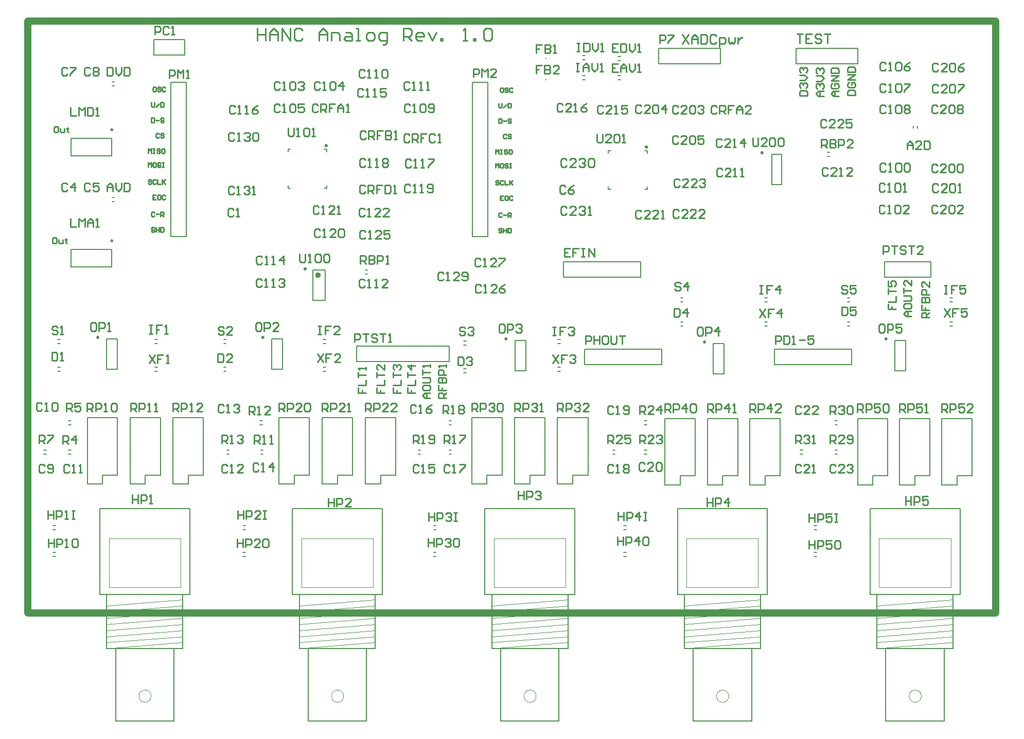
<source format=gto>
%FSTAX23Y23*%
%MOIN*%
%SFA1B1*%

%IPPOS*%
%ADD23C,0.010000*%
%ADD24C,0.047240*%
%ADD32C,0.009840*%
%ADD33C,0.000980*%
%ADD34C,0.015750*%
%ADD35C,0.007870*%
%ADD36C,0.000980*%
%LNhanc_analog-1*%
%LPD*%
G54D23*
X04995Y01966D02*
X04986Y01975D01*
X04968*
X04959Y01966*
Y0193*
X04968Y01921*
X04986*
X04995Y0193*
X0505Y01921D02*
X05013D01*
X0505Y01957*
Y01966*
X05041Y01975*
X05023*
X05013Y01966*
X05068D02*
X05078Y01975D01*
X05096*
X05105Y01966*
Y0193*
X05096Y01921*
X05078*
X05068Y0193*
Y01966*
X03687Y02292D02*
Y02346D01*
X03714*
X03723Y02337*
Y02319*
X03714Y0231*
X03687*
X03705D02*
X03723Y02292D01*
X03741D02*
X0376D01*
X03751*
Y02346*
X03741Y02337*
X03787D02*
X03796Y02346D01*
X03815*
X03824Y02337*
Y02328*
X03815Y02319*
X03824Y0231*
Y02301*
X03815Y02292*
X03796*
X03787Y02301*
Y0231*
X03796Y02319*
X03787Y02328*
Y02337*
X03796Y02319D02*
X03815D01*
X03513Y02341D02*
X03504Y0235D01*
X03486*
X03477Y02341*
Y02305*
X03486Y02296*
X03504*
X03513Y02305*
X03531Y02296D02*
X0355D01*
X03541*
Y0235*
X03531Y02341*
X03614Y0235D02*
X03596Y02341D01*
X03577Y02323*
Y02305*
X03586Y02296*
X03605*
X03614Y02305*
Y02314*
X03605Y02323*
X03577*
X02493Y01963D02*
X02484Y01972D01*
X02466*
X02457Y01963*
Y01927*
X02466Y01918*
X02484*
X02493Y01927*
X02511Y01918D02*
X0253D01*
X02521*
Y01972*
X02511Y01963*
X02585Y01918D02*
Y01972D01*
X02557Y01945*
X02594*
X02685Y04144D02*
Y04099D01*
X02694Y0409*
X02712*
X02721Y04099*
Y04144*
X02739Y0409D02*
X02758D01*
X02749*
Y04144*
X02739Y04135*
X02785D02*
X02794Y04144D01*
X02813*
X02822Y04135*
Y04099*
X02813Y0409*
X02794*
X02785Y04099*
Y04135*
X0284Y0409D02*
X02859D01*
X02849*
Y04144*
X0284Y04135*
X05694Y04079D02*
Y04034D01*
X05703Y04025*
X05721*
X0573Y04034*
Y04079*
X05785Y04025D02*
X05748D01*
X05785Y04061*
Y0407*
X05776Y04079*
X05758*
X05748Y0407*
X05803D02*
X05813Y04079D01*
X05831*
X0584Y0407*
Y04034*
X05831Y04025*
X05813*
X05803Y04034*
Y0407*
X05858D02*
X05868Y04079D01*
X05886*
X05895Y0407*
Y04034*
X05886Y04025*
X05868*
X05858Y04034*
Y0407*
X02503Y02882D02*
X02484D01*
X02475Y02873*
Y02837*
X02484Y02828*
X02503*
X02512Y02837*
Y02873*
X02503Y02882*
X0253Y02828D02*
Y02882D01*
X02558*
X02567Y02873*
Y02855*
X02558Y02846*
X0253*
X02622Y02828D02*
X02585D01*
X02622Y02864*
Y02873*
X02613Y02882*
X02594*
X02585Y02873*
X01383Y02306D02*
Y0236D01*
X0141*
X01419Y02351*
Y02333*
X0141Y02324*
X01383*
X01401D02*
X01419Y02306D01*
X01437D02*
Y0236D01*
X01465*
X01474Y02351*
Y02333*
X01465Y02324*
X01437*
X01492Y02306D02*
X01511D01*
X01502*
Y0236*
X01492Y02351*
X01538D02*
X01547Y0236D01*
X01566*
X01575Y02351*
Y02315*
X01566Y02306*
X01547*
X01538Y02315*
Y02351*
X06935Y02974D02*
X06972Y0292D01*
Y02974D02*
X06935Y0292D01*
X07027Y02974D02*
X0699D01*
Y02947*
X07009*
X0699*
Y0292*
X07082Y02974D02*
X07045D01*
Y02947*
X07064Y02956*
X07073*
X07082Y02947*
Y02929*
X07073Y0292*
X07055*
X07045Y02929*
X0574Y02969D02*
X05776Y02915D01*
Y02969D02*
X0574Y02915D01*
X05831Y02969D02*
X05794D01*
Y02942*
X05813*
X05794*
Y02915*
X05877D02*
Y02969D01*
X05849Y02942*
X05886*
X044Y02674D02*
X04436Y0262D01*
Y02674D02*
X044Y0262D01*
X04491Y02674D02*
X04454D01*
Y02647*
X04473*
X04454*
Y0262*
X04509Y02665D02*
X04519Y02674D01*
X04537*
X04546Y02665*
Y02656*
X04537Y02647*
X04528*
X04537*
X04546Y02638*
Y02629*
X04537Y0262*
X04519*
X04509Y02629*
X02875Y02679D02*
X02911Y02625D01*
Y02679D02*
X02875Y02625D01*
X02966Y02679D02*
X02929D01*
Y02652*
X02948*
X02929*
Y02625*
X03021D02*
X02984D01*
X03021Y02661*
Y0267*
X03012Y02679*
X02994*
X02984Y0267*
X01785Y02674D02*
X01821Y0262D01*
Y02674D02*
X01785Y0262D01*
X01876Y02674D02*
X01839D01*
Y02647*
X01858*
X01839*
Y0262*
X01894D02*
X01913D01*
X01904*
Y02674*
X01894Y02665*
X06307Y03115D02*
X06297Y03124D01*
X06279*
X0627Y03115*
Y03106*
X06279Y03097*
X06297*
X06307Y03088*
Y03079*
X06297Y0307*
X06279*
X0627Y03079*
X06362Y03124D02*
X06325D01*
Y03097*
X06343Y03106*
X06352*
X06362Y03097*
Y03079*
X06352Y0307*
X06334*
X06325Y03079*
X05227Y03135D02*
X05217Y03144D01*
X05199*
X0519Y03135*
Y03126*
X05199Y03117*
X05217*
X05227Y03108*
Y03099*
X05217Y0309*
X05199*
X0519Y03099*
X05272Y0309D02*
Y03144D01*
X05245Y03117*
X05282*
X03831Y02845D02*
X03822Y02854D01*
X03803*
X03794Y02845*
Y02836*
X03803Y02827*
X03822*
X03831Y02818*
Y02809*
X03822Y028*
X03803*
X03794Y02809*
X03849Y02845D02*
X03858Y02854D01*
X03877*
X03886Y02845*
Y02836*
X03877Y02827*
X03867*
X03877*
X03886Y02818*
Y02809*
X03877Y028*
X03858*
X03849Y02809*
X02268Y02848D02*
X02259Y02857D01*
X02241*
X02232Y02848*
Y02839*
X02241Y0283*
X02259*
X02268Y02821*
Y02812*
X02259Y02803*
X02241*
X02232Y02812*
X02323Y02803D02*
X02286D01*
X02323Y02839*
Y02848*
X02314Y02857*
X02296*
X02286Y02848*
X01191Y0285D02*
X01182Y02859D01*
X01164*
X01155Y0285*
Y02841*
X01164Y02832*
X01182*
X01191Y02823*
Y02814*
X01182Y02805*
X01164*
X01155Y02814*
X01209Y02805D02*
X01228D01*
X01219*
Y02859*
X01209Y0285*
X06935Y03124D02*
X06953D01*
X06944*
Y0307*
X06935*
X06953*
X07017Y03124D02*
X06981D01*
Y03097*
X06999*
X06981*
Y0307*
X07072Y03124D02*
X07036D01*
Y03097*
X07054Y03106*
X07063*
X07072Y03097*
Y03079*
X07063Y0307*
X07045*
X07036Y03079*
X0574Y03124D02*
X05758D01*
X05749*
Y0307*
X0574*
X05758*
X05822Y03124D02*
X05785D01*
Y03097*
X05804*
X05785*
Y0307*
X05868D02*
Y03124D01*
X0584Y03097*
X05877*
X044Y02854D02*
X04418D01*
X04409*
Y028*
X044*
X04418*
X04482Y02854D02*
X04445D01*
Y02827*
X04464*
X04445*
Y028*
X045Y02845D02*
X04509Y02854D01*
X04528*
X04537Y02845*
Y02836*
X04528Y02827*
X04519*
X04528*
X04537Y02818*
Y02809*
X04528Y028*
X04509*
X045Y02809*
X0288Y02859D02*
X02898D01*
X02889*
Y02805*
X0288*
X02898*
X02962Y02859D02*
X02925D01*
Y02832*
X02944*
X02925*
Y02805*
X03017D02*
X0298D01*
X03017Y02841*
Y0285*
X03008Y02859*
X02989*
X0298Y0285*
X01786Y02865D02*
X01804D01*
X01795*
Y02811*
X01786*
X01804*
X01868Y02865D02*
X01831D01*
Y02838*
X0185*
X01831*
Y02811*
X01886D02*
X01905D01*
X01895*
Y02865*
X01886Y02856*
X06272Y02984D02*
Y0293D01*
X06299*
X06308Y02939*
Y02975*
X06299Y02984*
X06272*
X06363D02*
X06326D01*
Y02957*
X06345Y02966*
X06354*
X06363Y02957*
Y02939*
X06354Y0293*
X06336*
X06326Y02939*
X05185Y02974D02*
Y0292D01*
X05212*
X05222Y02929*
Y02965*
X05212Y02974*
X05185*
X05267Y0292D02*
Y02974D01*
X0524Y02947*
X05277*
X03784Y02659D02*
Y02605D01*
X03812*
X03821Y02614*
Y0265*
X03812Y02659*
X03784*
X03839Y0265D02*
X03848Y02659D01*
X03867*
X03876Y0265*
Y02641*
X03867Y02632*
X03857*
X03867*
X03876Y02623*
Y02614*
X03867Y02605*
X03848*
X03839Y02614*
X0223Y02679D02*
Y02625D01*
X02257*
X02266Y02634*
Y0267*
X02257Y02679*
X0223*
X02321Y02625D02*
X02284D01*
X02321Y02661*
Y0267*
X02312Y02679*
X02294*
X02284Y0267*
X01154Y02689D02*
Y02635D01*
X01181*
X0119Y02644*
Y0268*
X01181Y02689*
X01154*
X01208Y02635D02*
X01227D01*
X01218*
Y02689*
X01208Y0268*
X0614Y04015D02*
Y04069D01*
X06167*
X06176Y0406*
Y04042*
X06167Y04033*
X0614*
X06158D02*
X06176Y04015D01*
X06194Y04069D02*
Y04015D01*
X06222*
X06231Y04024*
Y04033*
X06222Y04042*
X06194*
X06222*
X06231Y04051*
Y0406*
X06222Y04069*
X06194*
X06249Y04015D02*
Y04069D01*
X06277*
X06286Y0406*
Y04042*
X06277Y04033*
X06249*
X06341Y04015D02*
X06304D01*
X06341Y04051*
Y0406*
X06332Y04069*
X06314*
X06304Y0406*
X03153Y03264D02*
Y03318D01*
X0318*
X0319Y03309*
Y03291*
X0318Y03282*
X03153*
X03171D02*
X0319Y03264D01*
X03208Y03318D02*
Y03264D01*
X03235*
X03245Y03273*
Y03282*
X03235Y03291*
X03208*
X03235*
X03245Y033*
Y03309*
X03235Y03318*
X03208*
X03263Y03264D02*
Y03318D01*
X0329*
X033Y03309*
Y03291*
X0329Y03282*
X03263*
X03318Y03264D02*
X03336D01*
X03327*
Y03318*
X03318Y03309*
X04555Y04694D02*
X04573D01*
X04564*
Y0464*
X04555*
X04573*
X046Y04694D02*
Y0464D01*
X04628*
X04637Y04649*
Y04685*
X04628Y04694*
X046*
X04655D02*
Y04658D01*
X04674Y0464*
X04692Y04658*
Y04694*
X0471Y0464D02*
X04729D01*
X04719*
Y04694*
X0471Y04685*
X04551Y04564D02*
X04569D01*
X0456*
Y0451*
X04551*
X04569*
X04596D02*
Y04546D01*
X04615Y04564*
X04633Y04546*
Y0451*
Y04537*
X04596*
X04651Y04564D02*
Y04528D01*
X0467Y0451*
X04688Y04528*
Y04564*
X04706Y0451D02*
X04725D01*
X04715*
Y04564*
X04706Y04555*
X0606Y01469D02*
Y01415D01*
Y01442*
X06096*
Y01469*
Y01415*
X06114D02*
Y01469D01*
X06142*
X06151Y0146*
Y01442*
X06142Y01433*
X06114*
X06206Y01469D02*
X06169D01*
Y01442*
X06188Y01451*
X06197*
X06206Y01442*
Y01424*
X06197Y01415*
X06179*
X06169Y01424*
X06252Y01469D02*
X06234D01*
X06224Y0146*
Y01424*
X06234Y01415*
X06252*
X06261Y01424*
Y0146*
X06252Y01469*
X0606Y01644D02*
Y0159D01*
Y01617*
X06096*
Y01644*
Y0159*
X06114D02*
Y01644D01*
X06142*
X06151Y01635*
Y01617*
X06142Y01608*
X06114*
X06206Y01644D02*
X06169D01*
Y01617*
X06188Y01626*
X06197*
X06206Y01617*
Y01599*
X06197Y0159*
X06179*
X06169Y01599*
X06224Y01644D02*
X06243D01*
X06234*
Y0159*
X06224*
X06243*
X04819Y01493D02*
Y01439D01*
Y01466*
X04855*
Y01493*
Y01439*
X04873D02*
Y01493D01*
X04901*
X0491Y01484*
Y01466*
X04901Y01457*
X04873*
X04956Y01439D02*
Y01493D01*
X04928Y01466*
X04965*
X05011Y01493D02*
X04993D01*
X04983Y01484*
Y01448*
X04993Y01439*
X05011*
X0502Y01448*
Y01484*
X05011Y01493*
X04822Y01654D02*
Y016D01*
Y01627*
X04859*
Y01654*
Y016*
X04877D02*
Y01654D01*
X04905*
X04914Y01645*
Y01627*
X04905Y01618*
X04877*
X0496Y016D02*
Y01654D01*
X04932Y01627*
X04969*
X04987Y01654D02*
X05006D01*
X04997*
Y016*
X04987*
X05006*
X03592Y01483D02*
Y01429D01*
Y01456*
X03628*
Y01483*
Y01429*
X03646D02*
Y01483D01*
X03674*
X03683Y01474*
Y01456*
X03674Y01447*
X03646*
X03701Y01474D02*
X03711Y01483D01*
X03729*
X03738Y01474*
Y01465*
X03729Y01456*
X0372*
X03729*
X03738Y01447*
Y01438*
X03729Y01429*
X03711*
X03701Y01438*
X03784Y01483D02*
X03766D01*
X03756Y01474*
Y01438*
X03766Y01429*
X03784*
X03793Y01438*
Y01474*
X03784Y01483*
X03595Y01649D02*
Y01595D01*
Y01622*
X03631*
Y01649*
Y01595*
X03649D02*
Y01649D01*
X03677*
X03686Y0164*
Y01622*
X03677Y01613*
X03649*
X03704Y0164D02*
X03714Y01649D01*
X03732*
X03741Y0164*
Y01631*
X03732Y01622*
X03723*
X03732*
X03741Y01613*
Y01604*
X03732Y01595*
X03714*
X03704Y01604*
X03759Y01649D02*
X03778D01*
X03769*
Y01595*
X03759*
X03778*
X02356Y01479D02*
Y01425D01*
Y01452*
X02392*
Y01479*
Y01425*
X0241D02*
Y01479D01*
X02438*
X02447Y0147*
Y01452*
X02438Y01443*
X0241*
X02502Y01425D02*
X02465D01*
X02502Y01461*
Y0147*
X02493Y01479*
X02475*
X02465Y0147*
X02548Y01479D02*
X0253D01*
X0252Y0147*
Y01434*
X0253Y01425*
X02548*
X02557Y01434*
Y0147*
X02548Y01479*
X02359Y01663D02*
Y01609D01*
Y01636*
X02395*
Y01663*
Y01609*
X02413D02*
Y01663D01*
X02441*
X0245Y01654*
Y01636*
X02441Y01627*
X02413*
X02505Y01609D02*
X02468D01*
X02505Y01645*
Y01654*
X02496Y01663*
X02478*
X02468Y01654*
X02523Y01663D02*
X02542D01*
X02533*
Y01609*
X02523*
X02542*
X01131Y01481D02*
Y01427D01*
Y01454*
X01167*
Y01481*
Y01427*
X01185D02*
Y01481D01*
X01213*
X01222Y01472*
Y01454*
X01213Y01445*
X01185*
X0124Y01427D02*
X01259D01*
X0125*
Y01481*
X0124Y01472*
X01314Y01481D02*
X01295D01*
X01286Y01472*
Y01436*
X01295Y01427*
X01314*
X01323Y01436*
Y01472*
X01314Y01481*
X01129Y01664D02*
Y0161D01*
Y01637*
X01165*
Y01664*
Y0161*
X01183D02*
Y01664D01*
X01211*
X0122Y01655*
Y01637*
X01211Y01628*
X01183*
X01238Y0161D02*
X01257D01*
X01248*
Y01664*
X01238Y01655*
X01284Y01664D02*
X01303D01*
X01293*
Y0161*
X01284*
X01303*
X04821Y04689D02*
X04784D01*
Y04635*
X04821*
X04784Y04662D02*
X04802D01*
X04839Y04689D02*
Y04635D01*
X04867*
X04876Y04644*
Y0468*
X04867Y04689*
X04839*
X04894D02*
Y04653D01*
X04912Y04635*
X04931Y04653*
Y04689*
X04949Y04635D02*
X04967D01*
X04958*
Y04689*
X04949Y0468*
X04821Y04559D02*
X04785D01*
Y04505*
X04821*
X04785Y04532D02*
X04803D01*
X04839Y04505D02*
Y04541D01*
X04858Y04559*
X04876Y04541*
Y04505*
Y04532*
X04839*
X04894Y04559D02*
Y04523D01*
X04913Y04505*
X04931Y04523*
Y04559*
X04949Y04505D02*
X04968D01*
X04959*
Y04559*
X04949Y0455*
X04078Y02872D02*
X0406D01*
X04051Y02863*
Y02827*
X0406Y02818*
X04078*
X04087Y02827*
Y02863*
X04078Y02872*
X04105Y02818D02*
Y02872D01*
X04133*
X04142Y02863*
Y02845*
X04133Y02836*
X04105*
X0416Y02863D02*
X0417Y02872D01*
X04188*
X04197Y02863*
Y02854*
X04188Y02845*
X04179*
X04188*
X04197Y02836*
Y02827*
X04188Y02818*
X0417*
X0416Y02827*
X05363Y02852D02*
X05345D01*
X05336Y02843*
Y02807*
X05345Y02798*
X05363*
X05372Y02807*
Y02843*
X05363Y02852*
X0539Y02798D02*
Y02852D01*
X05418*
X05427Y02843*
Y02825*
X05418Y02816*
X0539*
X05473Y02798D02*
Y02852D01*
X05445Y02825*
X05482*
X06539Y02872D02*
X06521D01*
X06512Y02863*
Y02827*
X06521Y02818*
X06539*
X06548Y02827*
Y02863*
X06539Y02872*
X06567Y02818D02*
Y02872D01*
X06594*
X06603Y02863*
Y02845*
X06594Y02836*
X06567*
X06658Y02872D02*
X06622D01*
Y02845*
X0664Y02854*
X06649*
X06658Y02845*
Y02827*
X06649Y02818*
X06631*
X06622Y02827*
X03186Y02306D02*
Y0236D01*
X03213*
X03222Y02351*
Y02333*
X03213Y02324*
X03186*
X03204D02*
X03222Y02306D01*
X0324D02*
Y0236D01*
X03268*
X03277Y02351*
Y02333*
X03268Y02324*
X0324*
X03332Y02306D02*
X03295D01*
X03332Y02342*
Y02351*
X03323Y0236*
X03305*
X03295Y02351*
X03387Y02306D02*
X0335D01*
X03387Y02342*
Y02351*
X03378Y0236*
X0336*
X0335Y02351*
X02906Y02306D02*
Y0236D01*
X02933*
X02942Y02351*
Y02333*
X02933Y02324*
X02906*
X02924D02*
X02942Y02306D01*
X0296D02*
Y0236D01*
X02988*
X02997Y02351*
Y02333*
X02988Y02324*
X0296*
X03052Y02306D02*
X03015D01*
X03052Y02342*
Y02351*
X03043Y0236*
X03025*
X03015Y02351*
X0307Y02306D02*
X03089D01*
X0308*
Y0236*
X0307Y02351*
X02466Y02098D02*
Y02152D01*
X02493*
X02502Y02143*
Y02125*
X02493Y02116*
X02466*
X02484D02*
X02502Y02098D01*
X0252D02*
X02539D01*
X0253*
Y02152*
X0252Y02143*
X02566Y02098D02*
X02585D01*
X02575*
Y02152*
X02566Y02143*
X02431Y02287D02*
Y02341D01*
X02458*
X02467Y02332*
Y02314*
X02458Y02305*
X02431*
X02449D02*
X02467Y02287D01*
X02485D02*
X02504D01*
X02495*
Y02341*
X02485Y02332*
X02568Y02287D02*
X02531D01*
X02568Y02323*
Y02332*
X02559Y02341*
X0254*
X02531Y02332*
X02255Y021D02*
Y02154D01*
X02282*
X02291Y02145*
Y02127*
X02282Y02118*
X02255*
X02273D02*
X02291Y021D01*
X02309D02*
X02328D01*
X02319*
Y02154*
X02309Y02145*
X02355D02*
X02364Y02154D01*
X02383*
X02392Y02145*
Y02136*
X02383Y02127*
X02374*
X02383*
X02392Y02118*
Y02109*
X02383Y021*
X02364*
X02355Y02109*
X02626Y02306D02*
Y0236D01*
X02653*
X02662Y02351*
Y02333*
X02653Y02324*
X02626*
X02644D02*
X02662Y02306D01*
X0268D02*
Y0236D01*
X02708*
X02717Y02351*
Y02333*
X02708Y02324*
X0268*
X02772Y02306D02*
X02735D01*
X02772Y02342*
Y02351*
X02763Y0236*
X02745*
X02735Y02351*
X0279D02*
X028Y0236D01*
X02818*
X02827Y02351*
Y02315*
X02818Y02306*
X028*
X0279Y02315*
Y02351*
X0443Y02306D02*
Y0236D01*
X04457*
X04466Y02351*
Y02333*
X04457Y02324*
X0443*
X04448D02*
X04466Y02306D01*
X04484D02*
Y0236D01*
X04512*
X04521Y02351*
Y02333*
X04512Y02324*
X04484*
X04539Y02351D02*
X04549Y0236D01*
X04567*
X04576Y02351*
Y02342*
X04567Y02333*
X04558*
X04567*
X04576Y02324*
Y02315*
X04567Y02306*
X04549*
X04539Y02315*
X04631Y02306D02*
X04594D01*
X04631Y02342*
Y02351*
X04622Y0236*
X04604*
X04594Y02351*
X04152Y02306D02*
Y0236D01*
X04179*
X04188Y02351*
Y02333*
X04179Y02324*
X04152*
X0417D02*
X04188Y02306D01*
X04206D02*
Y0236D01*
X04234*
X04243Y02351*
Y02333*
X04234Y02324*
X04206*
X04261Y02351D02*
X04271Y0236D01*
X04289*
X04298Y02351*
Y02342*
X04289Y02333*
X0428*
X04289*
X04298Y02324*
Y02315*
X04289Y02306*
X04271*
X04261Y02315*
X04316Y02306D02*
X04335D01*
X04326*
Y0236*
X04316Y02351*
X03696Y02099D02*
Y02153D01*
X03723*
X03732Y02144*
Y02126*
X03723Y02117*
X03696*
X03714D02*
X03732Y02099D01*
X0375D02*
X03769D01*
X0376*
Y02153*
X0375Y02144*
X03796Y02153D02*
X03833D01*
Y02144*
X03796Y02108*
Y02099*
X03496D02*
Y02153D01*
X03523*
X03532Y02144*
Y02126*
X03523Y02117*
X03496*
X03514D02*
X03532Y02099D01*
X0355D02*
X03569D01*
X0356*
Y02153*
X0355Y02144*
X03596Y02108D02*
X03605Y02099D01*
X03624*
X03633Y02108*
Y02144*
X03624Y02153*
X03605*
X03596Y02144*
Y02135*
X03605Y02126*
X03633*
X03875Y02306D02*
Y0236D01*
X03902*
X03911Y02351*
Y02333*
X03902Y02324*
X03875*
X03893D02*
X03911Y02306D01*
X03929D02*
Y0236D01*
X03957*
X03966Y02351*
Y02333*
X03957Y02324*
X03929*
X03984Y02351D02*
X03994Y0236D01*
X04012*
X04021Y02351*
Y02342*
X04012Y02333*
X04003*
X04012*
X04021Y02324*
Y02315*
X04012Y02306*
X03994*
X03984Y02315*
X04039Y02351D02*
X04049Y0236D01*
X04067*
X04076Y02351*
Y02315*
X04067Y02306*
X04049*
X04039Y02315*
Y02351*
X05676Y02301D02*
Y02355D01*
X05703*
X05712Y02346*
Y02328*
X05703Y02319*
X05676*
X05694D02*
X05712Y02301D01*
X0573D02*
Y02355D01*
X05758*
X05767Y02346*
Y02328*
X05758Y02319*
X0573*
X05813Y02301D02*
Y02355D01*
X05785Y02328*
X05822*
X05877Y02301D02*
X0584D01*
X05877Y02337*
Y02346*
X05868Y02355*
X0585*
X0584Y02346*
X05401Y02301D02*
Y02355D01*
X05428*
X05437Y02346*
Y02328*
X05428Y02319*
X05401*
X05419D02*
X05437Y02301D01*
X05455D02*
Y02355D01*
X05483*
X05492Y02346*
Y02328*
X05483Y02319*
X05455*
X05538Y02301D02*
Y02355D01*
X0551Y02328*
X05547*
X05565Y02301D02*
X05584D01*
X05575*
Y02355*
X05565Y02346*
X04961Y02099D02*
Y02153D01*
X04988*
X04997Y02144*
Y02126*
X04988Y02117*
X04961*
X04979D02*
X04997Y02099D01*
X05052D02*
X05015D01*
X05052Y02135*
Y02144*
X05043Y02153*
X05025*
X05015Y02144*
X0507D02*
X0508Y02153D01*
X05098*
X05107Y02144*
Y02135*
X05098Y02126*
X05089*
X05098*
X05107Y02117*
Y02108*
X05098Y02099*
X0508*
X0507Y02108*
X04961Y02289D02*
Y02343D01*
X04988*
X04997Y02334*
Y02316*
X04988Y02307*
X04961*
X04979D02*
X04997Y02289D01*
X05052D02*
X05015D01*
X05052Y02325*
Y02334*
X05043Y02343*
X05025*
X05015Y02334*
X05098Y02289D02*
Y02343D01*
X0507Y02316*
X05107*
X04756Y02099D02*
Y02153D01*
X04783*
X04792Y02144*
Y02126*
X04783Y02117*
X04756*
X04774D02*
X04792Y02099D01*
X04847D02*
X0481D01*
X04847Y02135*
Y02144*
X04838Y02153*
X0482*
X0481Y02144*
X04902Y02153D02*
X04865D01*
Y02126*
X04884Y02135*
X04893*
X04902Y02126*
Y02108*
X04893Y02099*
X04875*
X04865Y02108*
X05126Y02301D02*
Y02355D01*
X05153*
X05162Y02346*
Y02328*
X05153Y02319*
X05126*
X05144D02*
X05162Y02301D01*
X0518D02*
Y02355D01*
X05208*
X05217Y02346*
Y02328*
X05208Y02319*
X0518*
X05263Y02301D02*
Y02355D01*
X05235Y02328*
X05272*
X0529Y02346D02*
X053Y02355D01*
X05318*
X05327Y02346*
Y0231*
X05318Y02301*
X053*
X0529Y0231*
Y02346*
X06918Y02301D02*
Y02355D01*
X06945*
X06954Y02346*
Y02328*
X06945Y02319*
X06918*
X06936D02*
X06954Y02301D01*
X06972D02*
Y02355D01*
X07*
X07009Y02346*
Y02328*
X07Y02319*
X06972*
X07064Y02355D02*
X07027D01*
Y02328*
X07046Y02337*
X07055*
X07064Y02328*
Y0231*
X07055Y02301*
X07037*
X07027Y0231*
X07119Y02301D02*
X07082D01*
X07119Y02337*
Y02346*
X0711Y02355*
X07092*
X07082Y02346*
X06646Y02301D02*
Y02355D01*
X06673*
X06682Y02346*
Y02328*
X06673Y02319*
X06646*
X06664D02*
X06682Y02301D01*
X067D02*
Y02355D01*
X06728*
X06737Y02346*
Y02328*
X06728Y02319*
X067*
X06792Y02355D02*
X06755D01*
Y02328*
X06774Y02337*
X06783*
X06792Y02328*
Y0231*
X06783Y02301*
X06765*
X06755Y0231*
X0681Y02301D02*
X06829D01*
X0682*
Y02355*
X0681Y02346*
X06195Y02099D02*
Y02153D01*
X06223*
X06232Y02144*
Y02126*
X06223Y02117*
X06195*
X06213D02*
X06232Y02099D01*
X06287D02*
X0625D01*
X06287Y02135*
Y02144*
X06278Y02153*
X06259*
X0625Y02144*
X06305Y02108D02*
X06314Y02099D01*
X06332*
X06342Y02108*
Y02144*
X06332Y02153*
X06314*
X06305Y02144*
Y02135*
X06314Y02126*
X06342*
X06196Y02289D02*
Y02343D01*
X06223*
X06232Y02334*
Y02316*
X06223Y02307*
X06196*
X06214D02*
X06232Y02289D01*
X0625Y02334D02*
X0626Y02343D01*
X06278*
X06287Y02334*
Y02325*
X06278Y02316*
X06269*
X06278*
X06287Y02307*
Y02298*
X06278Y02289*
X0626*
X0625Y02298*
X06305Y02334D02*
X06315Y02343D01*
X06333*
X06342Y02334*
Y02298*
X06333Y02289*
X06315*
X06305Y02298*
Y02334*
X05971Y02099D02*
Y02153D01*
X05998*
X06007Y02144*
Y02126*
X05998Y02117*
X05971*
X05989D02*
X06007Y02099D01*
X06025Y02144D02*
X06035Y02153D01*
X06053*
X06062Y02144*
Y02135*
X06053Y02126*
X06044*
X06053*
X06062Y02117*
Y02108*
X06053Y02099*
X06035*
X06025Y02108*
X0608Y02099D02*
X06099D01*
X0609*
Y02153*
X0608Y02144*
X06373Y02301D02*
Y02355D01*
X064*
X06409Y02346*
Y02328*
X064Y02319*
X06373*
X06391D02*
X06409Y02301D01*
X06427D02*
Y02355D01*
X06455*
X06464Y02346*
Y02328*
X06455Y02319*
X06427*
X06519Y02355D02*
X06482D01*
Y02328*
X06501Y02337*
X0651*
X06519Y02328*
Y0231*
X0651Y02301*
X06492*
X06482Y0231*
X06537Y02346D02*
X06547Y02355D01*
X06565*
X06574Y02346*
Y0231*
X06565Y02301*
X06547*
X06537Y0231*
Y02346*
X02292Y01954D02*
X02283Y01963D01*
X02265*
X02256Y01954*
Y01918*
X02265Y01909*
X02283*
X02292Y01918*
X0231Y01909D02*
X02329D01*
X0232*
Y01963*
X0231Y01954*
X02393Y01909D02*
X02356D01*
X02393Y01945*
Y01954*
X02384Y01963*
X02365*
X02356Y01954*
X02268Y02344D02*
X02259Y02353D01*
X02241*
X02232Y02344*
Y02308*
X02241Y02299*
X02259*
X02268Y02308*
X02286Y02299D02*
X02305D01*
X02296*
Y02353*
X02286Y02344*
X02332D02*
X02341Y02353D01*
X0236*
X02369Y02344*
Y02335*
X0236Y02326*
X02351*
X0236*
X02369Y02317*
Y02308*
X0236Y02299*
X02341*
X02332Y02308*
X03532Y01954D02*
X03523Y01963D01*
X03505*
X03496Y01954*
Y01918*
X03505Y01909*
X03523*
X03532Y01918*
X0355Y01909D02*
X03569D01*
X0356*
Y01963*
X0355Y01954*
X03633Y01963D02*
X03596D01*
Y01936*
X03615Y01945*
X03624*
X03633Y01936*
Y01918*
X03624Y01909*
X03605*
X03596Y01918*
X03732Y01954D02*
X03723Y01963D01*
X03705*
X03696Y01954*
Y01918*
X03705Y01909*
X03723*
X03732Y01918*
X0375Y01909D02*
X03769D01*
X0376*
Y01963*
X0375Y01954*
X03796Y01963D02*
X03833D01*
Y01954*
X03796Y01918*
Y01909*
X04792Y01954D02*
X04783Y01963D01*
X04765*
X04756Y01954*
Y01918*
X04765Y01909*
X04783*
X04792Y01918*
X0481Y01909D02*
X04829D01*
X0482*
Y01963*
X0481Y01954*
X04856D02*
X04865Y01963D01*
X04884*
X04893Y01954*
Y01945*
X04884Y01936*
X04893Y01927*
Y01918*
X04884Y01909*
X04865*
X04856Y01918*
Y01927*
X04865Y01936*
X04856Y01945*
Y01954*
X04865Y01936D02*
X04884D01*
X04792Y02334D02*
X04783Y02343D01*
X04765*
X04756Y02334*
Y02298*
X04765Y02289*
X04783*
X04792Y02298*
X0481Y02289D02*
X04829D01*
X0482*
Y02343*
X0481Y02334*
X04856Y02298D02*
X04865Y02289D01*
X04884*
X04893Y02298*
Y02334*
X04884Y02343*
X04865*
X04856Y02334*
Y02325*
X04865Y02316*
X04893*
X06007Y01954D02*
X05998Y01963D01*
X0598*
X05971Y01954*
Y01918*
X0598Y01909*
X05998*
X06007Y01918*
X06062Y01909D02*
X06025D01*
X06062Y01945*
Y01954*
X06053Y01963*
X06035*
X06025Y01954*
X0608Y01909D02*
X06099D01*
X0609*
Y01963*
X0608Y01954*
X06007Y02334D02*
X05998Y02343D01*
X0598*
X05971Y02334*
Y02298*
X0598Y02289*
X05998*
X06007Y02298*
X06062Y02289D02*
X06025D01*
X06062Y02325*
Y02334*
X06053Y02343*
X06035*
X06025Y02334*
X06117Y02289D02*
X0608D01*
X06117Y02325*
Y02334*
X06108Y02343*
X0609*
X0608Y02334*
X06232Y01954D02*
X06223Y01963D01*
X06205*
X06196Y01954*
Y01918*
X06205Y01909*
X06223*
X06232Y01918*
X06287Y01909D02*
X0625D01*
X06287Y01945*
Y01954*
X06278Y01963*
X0626*
X0625Y01954*
X06305D02*
X06315Y01963D01*
X06333*
X06342Y01954*
Y01945*
X06333Y01936*
X06324*
X06333*
X06342Y01927*
Y01918*
X06333Y01909*
X06315*
X06305Y01918*
X01433Y02882D02*
X01415D01*
X01406Y02873*
Y02837*
X01415Y02828*
X01433*
X01442Y02837*
Y02873*
X01433Y02882*
X0146Y02828D02*
Y02882D01*
X01488*
X01497Y02873*
Y02855*
X01488Y02846*
X0146*
X01515Y02828D02*
X01534D01*
X01525*
Y02882*
X01515Y02873*
X01071Y02099D02*
Y02153D01*
X01098*
X01107Y02144*
Y02126*
X01098Y02117*
X01071*
X01089D02*
X01107Y02099D01*
X01125Y02153D02*
X01162D01*
Y02144*
X01125Y02108*
Y02099*
X01249Y02307D02*
Y02361D01*
X01276*
X01285Y02352*
Y02334*
X01276Y02325*
X01249*
X01267D02*
X01285Y02307D01*
X0134Y02361D02*
X01303D01*
Y02334*
X01322Y02343*
X01331*
X0134Y02334*
Y02316*
X01331Y02307*
X01313*
X01303Y02316*
X01225Y02095D02*
Y02149D01*
X01252*
X01261Y0214*
Y02122*
X01252Y02113*
X01225*
X01243D02*
X01261Y02095D01*
X01307D02*
Y02149D01*
X01279Y02122*
X01316*
X01938Y02306D02*
Y0236D01*
X01965*
X01974Y02351*
Y02333*
X01965Y02324*
X01938*
X01956D02*
X01974Y02306D01*
X01992D02*
Y0236D01*
X0202*
X02029Y02351*
Y02333*
X0202Y02324*
X01992*
X02047Y02306D02*
X02066D01*
X02057*
Y0236*
X02047Y02351*
X0213Y02306D02*
X02093D01*
X0213Y02342*
Y02351*
X02121Y0236*
X02102*
X02093Y02351*
X01665Y02305D02*
Y02359D01*
X01692*
X01701Y0235*
Y02332*
X01692Y02323*
X01665*
X01683D02*
X01701Y02305D01*
X01719D02*
Y02359D01*
X01747*
X01756Y0235*
Y02332*
X01747Y02323*
X01719*
X01774Y02305D02*
X01793D01*
X01784*
Y02359*
X01774Y0235*
X0182Y02305D02*
X01839D01*
X01829*
Y02359*
X0182Y0235*
X01267Y01954D02*
X01258Y01963D01*
X0124*
X01231Y01954*
Y01918*
X0124Y01909*
X01258*
X01267Y01918*
X01285Y01909D02*
X01304D01*
X01295*
Y01963*
X01285Y01954*
X01331Y01909D02*
X0135D01*
X0134*
Y01963*
X01331Y01954*
X0109Y02355D02*
X01081Y02364D01*
X01063*
X01054Y02355*
Y02319*
X01063Y0231*
X01081*
X0109Y02319*
X01108Y0231D02*
X01127D01*
X01118*
Y02364*
X01108Y02355*
X01154D02*
X01163Y02364D01*
X01182*
X01191Y02355*
Y02319*
X01182Y0231*
X01163*
X01154Y02319*
Y02355*
X01107Y01954D02*
X01098Y01963D01*
X0108*
X01071Y01954*
Y01918*
X0108Y01909*
X01098*
X01107Y01918*
X01125D02*
X01135Y01909D01*
X01153*
X01162Y01918*
Y01954*
X01153Y01963*
X01135*
X01125Y01954*
Y01945*
X01135Y01936*
X01162*
X01821Y04749D02*
Y04803D01*
X01848*
X01857Y04794*
Y04776*
X01848Y04767*
X01821*
X01912Y04794D02*
X01903Y04803D01*
X01885*
X01875Y04794*
Y04758*
X01885Y04749*
X01903*
X01912Y04758*
X0193Y04749D02*
X01949D01*
X0194*
Y04803*
X0193Y04794*
X01915Y04465D02*
Y04519D01*
X01942*
X01951Y0451*
Y04492*
X01942Y04483*
X01915*
X01969Y04465D02*
Y04519D01*
X01988Y04501*
X02006Y04519*
Y04465*
X02024D02*
X02043D01*
X02034*
Y04519*
X02024Y0451*
X03886Y04474D02*
Y04528D01*
X03913*
X03922Y04519*
Y04501*
X03913Y04492*
X03886*
X0394Y04474D02*
Y04528D01*
X03959Y0451*
X03977Y04528*
Y04474*
X04032D02*
X03995D01*
X04032Y0451*
Y04519*
X04023Y04528*
X04005*
X03995Y04519*
X02332Y03614D02*
X02323Y03623D01*
X02305*
X02296Y03614*
Y03578*
X02305Y03569*
X02323*
X02332Y03578*
X0235Y03569D02*
X02369D01*
X0236*
Y03623*
X0235Y03614*
X01255Y03779D02*
X01246Y03788D01*
X01227*
X01218Y03779*
Y03743*
X01227Y03734*
X01246*
X01255Y03743*
X01301Y03734D02*
Y03788D01*
X01273Y03761*
X0131*
X01402Y03779D02*
X01393Y03788D01*
X01375*
X01366Y03779*
Y03743*
X01375Y03734*
X01393*
X01402Y03743*
X01457Y03788D02*
X01421D01*
Y03761*
X01439Y0377*
X01448*
X01457Y03761*
Y03743*
X01448Y03734*
X0143*
X01421Y03743*
X04481Y03763D02*
X04472Y03772D01*
X04454*
X04445Y03763*
Y03726*
X04454Y03717*
X04472*
X04481Y03726*
X04536Y03772D02*
X04518Y03763D01*
X04499Y03744*
Y03726*
X04509Y03717*
X04527*
X04536Y03726*
Y03735*
X04527Y03744*
X04499*
X06556Y03906D02*
X06547Y03915D01*
X06529*
X0652Y03906*
Y0387*
X06529Y03861*
X06547*
X06556Y0387*
X06574Y03861D02*
X06593D01*
X06584*
Y03915*
X06574Y03906*
X0662D02*
X06629Y03915D01*
X06648*
X06657Y03906*
Y0387*
X06648Y03861*
X06629*
X0662Y0387*
Y03906*
X06675D02*
X06684Y03915D01*
X06703*
X06712Y03906*
Y0387*
X06703Y03861*
X06684*
X06675Y0387*
Y03906*
X0655Y03776D02*
X06541Y03785D01*
X06523*
X06514Y03776*
Y0374*
X06523Y03731*
X06541*
X0655Y0374*
X06568Y03731D02*
X06587D01*
X06578*
Y03785*
X06568Y03776*
X06614D02*
X06623Y03785D01*
X06642*
X06651Y03776*
Y0374*
X06642Y03731*
X06623*
X06614Y0374*
Y03776*
X06669Y03731D02*
X06688D01*
X06678*
Y03785*
X06669Y03776*
X0655Y03635D02*
X06541Y03644D01*
X06523*
X06514Y03635*
Y03599*
X06523Y0359*
X06541*
X0655Y03599*
X06568Y0359D02*
X06587D01*
X06578*
Y03644*
X06568Y03635*
X06614D02*
X06623Y03644D01*
X06642*
X06651Y03635*
Y03599*
X06642Y0359*
X06623*
X06614Y03599*
Y03635*
X06706Y0359D02*
X06669D01*
X06706Y03626*
Y03635*
X06697Y03644*
X06678*
X06669Y03635*
X02631Y04435D02*
X02622Y04444D01*
X02604*
X02595Y04435*
Y04399*
X02604Y0439*
X02622*
X02631Y04399*
X02649Y0439D02*
X02668D01*
X02659*
Y04444*
X02649Y04435*
X02695D02*
X02704Y04444D01*
X02723*
X02732Y04435*
Y04399*
X02723Y0439*
X02704*
X02695Y04399*
Y04435*
X0275D02*
X02759Y04444D01*
X02778*
X02787Y04435*
Y04426*
X02778Y04417*
X02769*
X02778*
X02787Y04408*
Y04399*
X02778Y0439*
X02759*
X0275Y04399*
X02891Y04435D02*
X02882Y04444D01*
X02864*
X02855Y04435*
Y04399*
X02864Y0439*
X02882*
X02891Y04399*
X02909Y0439D02*
X02928D01*
X02919*
Y04444*
X02909Y04435*
X02955D02*
X02964Y04444D01*
X02983*
X02992Y04435*
Y04399*
X02983Y0439*
X02964*
X02955Y04399*
Y04435*
X03038Y0439D02*
Y04444D01*
X0301Y04417*
X03047*
X02631Y0429D02*
X02622Y04299D01*
X02604*
X02595Y0429*
Y04254*
X02604Y04245*
X02622*
X02631Y04254*
X02649Y04245D02*
X02668D01*
X02659*
Y04299*
X02649Y0429*
X02695D02*
X02704Y04299D01*
X02723*
X02732Y0429*
Y04254*
X02723Y04245*
X02704*
X02695Y04254*
Y0429*
X02787Y04299D02*
X0275D01*
Y04272*
X02769Y04281*
X02778*
X02787Y04272*
Y04254*
X02778Y04245*
X02759*
X0275Y04254*
X06556Y0456D02*
X06547Y04569D01*
X06529*
X0652Y0456*
Y04524*
X06529Y04515*
X06547*
X06556Y04524*
X06574Y04515D02*
X06593D01*
X06584*
Y04569*
X06574Y0456*
X0662D02*
X06629Y04569D01*
X06648*
X06657Y0456*
Y04524*
X06648Y04515*
X06629*
X0662Y04524*
Y0456*
X06712Y04569D02*
X06694Y0456D01*
X06675Y04542*
Y04524*
X06684Y04515*
X06703*
X06712Y04524*
Y04533*
X06703Y04542*
X06675*
X06556Y04422D02*
X06547Y04431D01*
X06529*
X0652Y04422*
Y04386*
X06529Y04377*
X06547*
X06556Y04386*
X06574Y04377D02*
X06593D01*
X06584*
Y04431*
X06574Y04422*
X0662D02*
X06629Y04431D01*
X06648*
X06657Y04422*
Y04386*
X06648Y04377*
X06629*
X0662Y04386*
Y04422*
X06675Y04431D02*
X06712D01*
Y04422*
X06675Y04386*
Y04377*
X06556Y04284D02*
X06547Y04293D01*
X06529*
X0652Y04284*
Y04248*
X06529Y04239*
X06547*
X06556Y04248*
X06574Y04239D02*
X06593D01*
X06584*
Y04293*
X06574Y04284*
X0662D02*
X06629Y04293D01*
X06648*
X06657Y04284*
Y04248*
X06648Y04239*
X06629*
X0662Y04248*
Y04284*
X06675D02*
X06684Y04293D01*
X06703*
X06712Y04284*
Y04275*
X06703Y04266*
X06712Y04257*
Y04248*
X06703Y04239*
X06684*
X06675Y04248*
Y04257*
X06684Y04266*
X06675Y04275*
Y04284*
X06684Y04266D02*
X06703D01*
X03474Y0429D02*
X03465Y04299D01*
X03447*
X03438Y0429*
Y04254*
X03447Y04245*
X03465*
X03474Y04254*
X03492Y04245D02*
X03511D01*
X03502*
Y04299*
X03492Y0429*
X03538D02*
X03547Y04299D01*
X03566*
X03575Y0429*
Y04254*
X03566Y04245*
X03547*
X03538Y04254*
Y0429*
X03593Y04254D02*
X03602Y04245D01*
X03621*
X0363Y04254*
Y0429*
X03621Y04299*
X03602*
X03593Y0429*
Y04281*
X03602Y04272*
X0363*
X03182Y04514D02*
X03173Y04523D01*
X03155*
X03146Y04514*
Y04478*
X03155Y04469*
X03173*
X03182Y04478*
X032Y04469D02*
X03219D01*
X0321*
Y04523*
X032Y04514*
X03246Y04469D02*
X03265D01*
X03255*
Y04523*
X03246Y04514*
X03292D02*
X03301Y04523D01*
X0332*
X03329Y04514*
Y04478*
X0332Y04469*
X03301*
X03292Y04478*
Y04514*
X03471Y04435D02*
X03462Y04444D01*
X03444*
X03435Y04435*
Y04399*
X03444Y0439*
X03462*
X03471Y04399*
X03489Y0439D02*
X03508D01*
X03499*
Y04444*
X03489Y04435*
X03535Y0439D02*
X03554D01*
X03544*
Y04444*
X03535Y04435*
X03581Y0439D02*
X03599D01*
X0359*
Y04444*
X03581Y04435*
X03181Y03155D02*
X03172Y03164D01*
X03154*
X03145Y03155*
Y03119*
X03154Y0311*
X03172*
X03181Y03119*
X03199Y0311D02*
X03218D01*
X03209*
Y03164*
X03199Y03155*
X03245Y0311D02*
X03264D01*
X03254*
Y03164*
X03245Y03155*
X03328Y0311D02*
X03291D01*
X03328Y03146*
Y03155*
X03319Y03164*
X033*
X03291Y03155*
X02514Y03158D02*
X02505Y03167D01*
X02487*
X02478Y03158*
Y03122*
X02487Y03113*
X02505*
X02514Y03122*
X02532Y03113D02*
X02551D01*
X02542*
Y03167*
X02532Y03158*
X02578Y03113D02*
X02597D01*
X02587*
Y03167*
X02578Y03158*
X02624D02*
X02633Y03167D01*
X02652*
X02661Y03158*
Y03149*
X02652Y0314*
X02642*
X02652*
X02661Y03131*
Y03122*
X02652Y03113*
X02633*
X02624Y03122*
X02516Y03305D02*
X02507Y03314D01*
X02489*
X0248Y03305*
Y03269*
X02489Y0326*
X02507*
X02516Y03269*
X02534Y0326D02*
X02553D01*
X02544*
Y03314*
X02534Y03305*
X0258Y0326D02*
X02599D01*
X02589*
Y03314*
X0258Y03305*
X02654Y0326D02*
Y03314D01*
X02626Y03287*
X02663*
X03172Y0439D02*
X03163Y04399D01*
X03145*
X03136Y0439*
Y04354*
X03145Y04345*
X03163*
X03172Y04354*
X0319Y04345D02*
X03209D01*
X032*
Y04399*
X0319Y0439*
X03236Y04345D02*
X03255D01*
X03245*
Y04399*
X03236Y0439*
X03319Y04399D02*
X03282D01*
Y04372*
X033Y04381*
X0331*
X03319Y04372*
Y04354*
X0331Y04345*
X03291*
X03282Y04354*
X02341Y0428D02*
X02332Y04289D01*
X02314*
X02305Y0428*
Y04244*
X02314Y04235*
X02332*
X02341Y04244*
X02359Y04235D02*
X02378D01*
X02369*
Y04289*
X02359Y0428*
X02405Y04235D02*
X02424D01*
X02414*
Y04289*
X02405Y0428*
X02488Y04289D02*
X02469Y0428D01*
X02451Y04262*
Y04244*
X0246Y04235*
X02479*
X02488Y04244*
Y04253*
X02479Y04262*
X02451*
X03481Y03934D02*
X03472Y03943D01*
X03454*
X03445Y03934*
Y03897*
X03454Y03888*
X03472*
X03481Y03897*
X03499Y03888D02*
X03518D01*
X03509*
Y03943*
X03499Y03934*
X03545Y03888D02*
X03564D01*
X03554*
Y03943*
X03545Y03934*
X03591Y03943D02*
X03628D01*
Y03934*
X03591Y03897*
Y03888*
X03185Y03936D02*
X03176Y03945D01*
X03158*
X03149Y03936*
Y039*
X03158Y03891*
X03176*
X03185Y039*
X03203Y03891D02*
X03222D01*
X03213*
Y03945*
X03203Y03936*
X03249Y03891D02*
X03268D01*
X03258*
Y03945*
X03249Y03936*
X03295D02*
X03304Y03945D01*
X03323*
X03332Y03936*
Y03927*
X03323Y03918*
X03332Y03909*
Y039*
X03323Y03891*
X03304*
X03295Y039*
Y03909*
X03304Y03918*
X03295Y03927*
Y03936*
X03304Y03918D02*
X03323D01*
X03476Y0377D02*
X03467Y03779D01*
X03449*
X0344Y0377*
Y03734*
X03449Y03725*
X03467*
X03476Y03734*
X03494Y03725D02*
X03513D01*
X03504*
Y03779*
X03494Y0377*
X0354Y03725D02*
X03559D01*
X03549*
Y03779*
X0354Y0377*
X03586Y03734D02*
X03595Y03725D01*
X03614*
X03623Y03734*
Y0377*
X03614Y03779*
X03595*
X03586Y0377*
Y03761*
X03595Y03752*
X03623*
X02891Y0348D02*
X02882Y03489D01*
X02864*
X02855Y0348*
Y03444*
X02864Y03435*
X02882*
X02891Y03444*
X02909Y03435D02*
X02928D01*
X02919*
Y03489*
X02909Y0348*
X02992Y03435D02*
X02955D01*
X02992Y03471*
Y0348*
X02983Y03489*
X02964*
X02955Y0348*
X0301D02*
X03019Y03489D01*
X03038*
X03047Y0348*
Y03444*
X03038Y03435*
X03019*
X0301Y03444*
Y0348*
X02883Y03631D02*
X02874Y0364D01*
X02856*
X02847Y03631*
Y03595*
X02856Y03586*
X02874*
X02883Y03595*
X02901Y03586D02*
X0292D01*
X02911*
Y0364*
X02901Y03631*
X02984Y03586D02*
X02947D01*
X02984Y03622*
Y03631*
X02975Y0364*
X02956*
X02947Y03631*
X03002Y03586D02*
X03021D01*
X03011*
Y0364*
X03002Y03631*
X03181Y03615D02*
X03172Y03624D01*
X03154*
X03144Y03615*
Y03579*
X03154Y0357*
X03172*
X03181Y03579*
X03199Y0357D02*
X03218D01*
X03209*
Y03624*
X03199Y03615*
X03282Y0357D02*
X03245D01*
X03282Y03606*
Y03615*
X03273Y03624*
X03254*
X03245Y03615*
X03337Y0357D02*
X033D01*
X03337Y03606*
Y03615*
X03328Y03624*
X03309*
X033Y03615*
X03186Y0347D02*
X03177Y03479D01*
X03159*
X0315Y0347*
Y03434*
X03159Y03425*
X03177*
X03186Y03434*
X03204Y03425D02*
X03223D01*
X03214*
Y03479*
X03204Y0347*
X03287Y03425D02*
X0325D01*
X03287Y03461*
Y0347*
X03278Y03479*
X03259*
X0325Y0347*
X03342Y03479D02*
X03305D01*
Y03452*
X03324Y03461*
X03333*
X03342Y03452*
Y03434*
X03333Y03425*
X03314*
X03305Y03434*
X03934Y0312D02*
X03925Y03129D01*
X03906*
X03897Y0312*
Y03084*
X03906Y03075*
X03925*
X03934Y03084*
X03952Y03075D02*
X0397D01*
X03961*
Y03129*
X03952Y0312*
X04035Y03075D02*
X03998D01*
X04035Y03111*
Y0312*
X04025Y03129*
X04007*
X03998Y0312*
X0409Y03129D02*
X04071Y0312D01*
X04053Y03102*
Y03084*
X04062Y03075*
X0408*
X0409Y03084*
Y03093*
X0408Y03102*
X04053*
X03931Y0329D02*
X03922Y03299D01*
X03904*
X03895Y0329*
Y03254*
X03904Y03245*
X03922*
X03931Y03254*
X03949Y03245D02*
X03968D01*
X03959*
Y03299*
X03949Y0329*
X04032Y03245D02*
X03995D01*
X04032Y03281*
Y0329*
X04023Y03299*
X04004*
X03995Y0329*
X0405Y03299D02*
X04087D01*
Y0329*
X0405Y03254*
Y03245*
X03691Y032D02*
X03682Y03209D01*
X03664*
X03655Y032*
Y03164*
X03664Y03155*
X03682*
X03691Y03164*
X03709Y03155D02*
X03728D01*
X03719*
Y03209*
X03709Y032*
X03792Y03155D02*
X03755D01*
X03792Y03191*
Y032*
X03783Y03209*
X03764*
X03755Y032*
X0381Y03164D02*
X03819Y03155D01*
X03838*
X03847Y03164*
Y032*
X03838Y03209*
X03819*
X0381Y032*
Y03191*
X03819Y03182*
X03847*
X06891Y03901D02*
X06882Y0391D01*
X06864*
X06855Y03901*
Y03865*
X06864Y03856*
X06882*
X06891Y03865*
X06946Y03856D02*
X06909D01*
X06946Y03892*
Y03901*
X06937Y0391*
X06919*
X06909Y03901*
X06964D02*
X06974Y0391D01*
X06992*
X07001Y03901*
Y03865*
X06992Y03856*
X06974*
X06964Y03865*
Y03901*
X07019D02*
X07029Y0391D01*
X07047*
X07056Y03901*
Y03865*
X07047Y03856*
X07029*
X07019Y03865*
Y03901*
X06896Y03773D02*
X06887Y03782D01*
X06869*
X0686Y03773*
Y03737*
X06869Y03728*
X06887*
X06896Y03737*
X06951Y03728D02*
X06914D01*
X06951Y03764*
Y03773*
X06942Y03782*
X06924*
X06914Y03773*
X06969D02*
X06979Y03782D01*
X06997*
X07006Y03773*
Y03737*
X06997Y03728*
X06979*
X06969Y03737*
Y03773*
X07024Y03728D02*
X07043D01*
X07034*
Y03782*
X07024Y03773*
X06891Y03635D02*
X06882Y03644D01*
X06864*
X06855Y03635*
Y03599*
X06864Y0359*
X06882*
X06891Y03599*
X06946Y0359D02*
X06909D01*
X06946Y03626*
Y03635*
X06937Y03644*
X06919*
X06909Y03635*
X06964D02*
X06974Y03644D01*
X06992*
X07001Y03635*
Y03599*
X06992Y0359*
X06974*
X06964Y03599*
Y03635*
X07056Y0359D02*
X07019D01*
X07056Y03626*
Y03635*
X07047Y03644*
X07029*
X07019Y03635*
X05211Y04281D02*
X05202Y0429D01*
X05184*
X05175Y04281*
Y04245*
X05184Y04236*
X05202*
X05211Y04245*
X05266Y04236D02*
X05229D01*
X05266Y04272*
Y04281*
X05257Y0429*
X05239*
X05229Y04281*
X05284D02*
X05294Y0429D01*
X05312*
X05321Y04281*
Y04245*
X05312Y04236*
X05294*
X05284Y04245*
Y04281*
X05339D02*
X05349Y0429D01*
X05367*
X05376Y04281*
Y04272*
X05367Y04263*
X05358*
X05367*
X05376Y04254*
Y04245*
X05367Y04236*
X05349*
X05339Y04245*
X04973Y04285D02*
X04964Y04294D01*
X04946*
X04936Y04285*
Y04249*
X04946Y0424*
X04964*
X04973Y04249*
X05028Y0424D02*
X04991D01*
X05028Y04276*
Y04285*
X05019Y04294*
X05001*
X04991Y04285*
X05046D02*
X05056Y04294D01*
X05074*
X05083Y04285*
Y04249*
X05074Y0424*
X05056*
X05046Y04249*
Y04285*
X05129Y0424D02*
Y04294D01*
X05101Y04267*
X05138*
X05211Y04085D02*
X05202Y04094D01*
X05184*
X05175Y04085*
Y04049*
X05184Y0404*
X05202*
X05211Y04049*
X05266Y0404D02*
X05229D01*
X05266Y04076*
Y04085*
X05257Y04094*
X05239*
X05229Y04085*
X05284D02*
X05294Y04094D01*
X05312*
X05321Y04085*
Y04049*
X05312Y0404*
X05294*
X05284Y04049*
Y04085*
X05376Y04094D02*
X05339D01*
Y04067*
X05358Y04076*
X05367*
X05376Y04067*
Y04049*
X05367Y0404*
X05349*
X05339Y04049*
X06896Y04555D02*
X06887Y04564D01*
X06869*
X0686Y04555*
Y04519*
X06869Y0451*
X06887*
X06896Y04519*
X06951Y0451D02*
X06914D01*
X06951Y04546*
Y04555*
X06942Y04564*
X06924*
X06914Y04555*
X06969D02*
X06979Y04564D01*
X06997*
X07006Y04555*
Y04519*
X06997Y0451*
X06979*
X06969Y04519*
Y04555*
X07061Y04564D02*
X07043Y04555D01*
X07024Y04537*
Y04519*
X07034Y0451*
X07052*
X07061Y04519*
Y04528*
X07052Y04537*
X07024*
X06896Y04417D02*
X06887Y04426D01*
X06869*
X0686Y04417*
Y04381*
X06869Y04372*
X06887*
X06896Y04381*
X06951Y04372D02*
X06914D01*
X06951Y04408*
Y04417*
X06942Y04426*
X06924*
X06914Y04417*
X06969D02*
X06979Y04426D01*
X06997*
X07006Y04417*
Y04381*
X06997Y04372*
X06979*
X06969Y04381*
Y04417*
X07024Y04426D02*
X07061D01*
Y04417*
X07024Y04381*
Y04372*
X06891Y04284D02*
X06882Y04293D01*
X06864*
X06855Y04284*
Y04248*
X06864Y04239*
X06882*
X06891Y04248*
X06946Y04239D02*
X06909D01*
X06946Y04275*
Y04284*
X06937Y04293*
X06919*
X06909Y04284*
X06964D02*
X06974Y04293D01*
X06992*
X07001Y04284*
Y04248*
X06992Y04239*
X06974*
X06964Y04248*
Y04284*
X07019D02*
X07029Y04293D01*
X07047*
X07056Y04284*
Y04275*
X07047Y04266*
X07056Y04257*
Y04248*
X07047Y04239*
X07029*
X07019Y04248*
Y04257*
X07029Y04266*
X07019Y04275*
Y04284*
X07029Y04266D02*
X07047D01*
X05497Y03874D02*
X05488Y03883D01*
X0547*
X05461Y03874*
Y03838*
X0547Y03829*
X05488*
X05497Y03838*
X05552Y03829D02*
X05515D01*
X05552Y03865*
Y03874*
X05543Y03883*
X05525*
X05515Y03874*
X0557Y03829D02*
X05589D01*
X0558*
Y03883*
X0557Y03874*
X05616Y03829D02*
X05635D01*
X05625*
Y03883*
X05616Y03874*
X06182Y03879D02*
X06173Y03888D01*
X06155*
X06146Y03879*
Y03843*
X06155Y03834*
X06173*
X06182Y03843*
X06237Y03834D02*
X062D01*
X06237Y0387*
Y03879*
X06228Y03888*
X0621*
X062Y03879*
X06255Y03834D02*
X06274D01*
X06265*
Y03888*
X06255Y03879*
X06338Y03834D02*
X06301D01*
X06338Y0387*
Y03879*
X06329Y03888*
X0631*
X06301Y03879*
X05494Y04065D02*
X05484Y04074D01*
X05466*
X05457Y04065*
Y04029*
X05466Y0402*
X05484*
X05494Y04029*
X05549Y0402D02*
X05512D01*
X05549Y04056*
Y04065*
X05539Y04074*
X05521*
X05512Y04065*
X05567Y0402D02*
X05585D01*
X05576*
Y04074*
X05567Y04065*
X0564Y0402D02*
Y04074D01*
X05613Y04047*
X05649*
X04725Y04282D02*
X04716Y04291D01*
X04698*
X04689Y04282*
Y04246*
X04698Y04237*
X04716*
X04725Y04246*
X0478Y04237D02*
X04743D01*
X0478Y04273*
Y04282*
X04771Y04291*
X04753*
X04743Y04282*
X04798Y04237D02*
X04817D01*
X04808*
Y04291*
X04798Y04282*
X04881Y04291D02*
X04844D01*
Y04264*
X04863Y04273*
X04872*
X04881Y04264*
Y04246*
X04872Y04237*
X04853*
X04844Y04246*
X04463Y04294D02*
X04454Y04303D01*
X04436*
X04427Y04294*
Y04258*
X04436Y04249*
X04454*
X04463Y04258*
X04518Y04249D02*
X04481D01*
X04518Y04285*
Y04294*
X04509Y04303*
X04491*
X04481Y04294*
X04536Y04249D02*
X04555D01*
X04546*
Y04303*
X04536Y04294*
X04619Y04303D02*
X04601Y04294D01*
X04582Y04276*
Y04258*
X04591Y04249*
X0461*
X04619Y04258*
Y04267*
X0461Y04276*
X04582*
X04973Y03602D02*
X04964Y03611D01*
X04946*
X04936Y03602*
Y03566*
X04946Y03556*
X04964*
X04973Y03566*
X05028Y03556D02*
X04991D01*
X05028Y03593*
Y03602*
X05019Y03611*
X05001*
X04991Y03602*
X05083Y03556D02*
X05046D01*
X05083Y03593*
Y03602*
X05074Y03611*
X05056*
X05046Y03602*
X05101Y03556D02*
X0512D01*
X05111*
Y03611*
X05101Y03602*
X05216Y03607D02*
X05207Y03616D01*
X05189*
X0518Y03607*
Y03571*
X05189Y03561*
X05207*
X05216Y03571*
X05271Y03561D02*
X05234D01*
X05271Y03598*
Y03607*
X05262Y03616*
X05244*
X05234Y03607*
X05326Y03561D02*
X05289D01*
X05326Y03598*
Y03607*
X05317Y03616*
X05299*
X05289Y03607*
X05381Y03561D02*
X05344D01*
X05381Y03598*
Y03607*
X05372Y03616*
X05354*
X05344Y03607*
X05221Y03805D02*
X05212Y03814D01*
X05194*
X05185Y03805*
Y03769*
X05194Y0376*
X05212*
X05221Y03769*
X05276Y0376D02*
X05239D01*
X05276Y03796*
Y03805*
X05267Y03814*
X05249*
X05239Y03805*
X05331Y0376D02*
X05294D01*
X05331Y03796*
Y03805*
X05322Y03814*
X05304*
X05294Y03805*
X05349D02*
X05359Y03814D01*
X05377*
X05386Y03805*
Y03796*
X05377Y03787*
X05368*
X05377*
X05386Y03778*
Y03769*
X05377Y0376*
X05359*
X05349Y03769*
X06171Y0419D02*
X06162Y04199D01*
X06144*
X06135Y0419*
Y04154*
X06144Y04145*
X06162*
X06171Y04154*
X06226Y04145D02*
X06189D01*
X06226Y04181*
Y0419*
X06217Y04199*
X06199*
X06189Y0419*
X06281Y04145D02*
X06244D01*
X06281Y04181*
Y0419*
X06272Y04199*
X06254*
X06244Y0419*
X06336Y04199D02*
X06299D01*
Y04172*
X06318Y04181*
X06327*
X06336Y04172*
Y04154*
X06327Y04145*
X06309*
X06299Y04154*
X02878Y0429D02*
X02869Y04299D01*
X02851*
X02842Y0429*
Y04254*
X02851Y04245*
X02869*
X02878Y04254*
X02896Y04245D02*
Y04299D01*
X02924*
X02933Y0429*
Y04272*
X02924Y04263*
X02896*
X02915D02*
X02933Y04245D01*
X02988Y04299D02*
X02951D01*
Y04272*
X0297*
X02951*
Y04245*
X03006D02*
Y04281D01*
X03025Y04299*
X03043Y04281*
Y04245*
Y04272*
X03006*
X03061Y04245D02*
X0308D01*
X03071*
Y04299*
X03061Y0429*
X05462Y0428D02*
X05453Y04289D01*
X05435*
X05426Y0428*
Y04244*
X05435Y04235*
X05453*
X05462Y04244*
X0548Y04235D02*
Y04289D01*
X05508*
X05517Y0428*
Y04262*
X05508Y04253*
X0548*
X05499D02*
X05517Y04235D01*
X05572Y04289D02*
X05535D01*
Y04262*
X05554*
X05535*
Y04235*
X0559D02*
Y04271D01*
X05609Y04289*
X05627Y04271*
Y04235*
Y04262*
X0559*
X05682Y04235D02*
X05645D01*
X05682Y04271*
Y0428*
X05673Y04289*
X05655*
X05645Y0428*
X03188Y04116D02*
X03179Y04125D01*
X03161*
X03152Y04116*
Y0408*
X03161Y04071*
X03179*
X03188Y0408*
X03206Y04071D02*
Y04125D01*
X03234*
X03243Y04116*
Y04098*
X03234Y04089*
X03206*
X03225D02*
X03243Y04071D01*
X03298Y04125D02*
X03261D01*
Y04098*
X0328*
X03261*
Y04071*
X03316Y04125D02*
Y04071D01*
X03344*
X03353Y0408*
Y04089*
X03344Y04098*
X03316*
X03344*
X03353Y04107*
Y04116*
X03344Y04125*
X03316*
X03371Y04071D02*
X0339D01*
X03381*
Y04125*
X03371Y04116*
X03471Y04097D02*
X03462Y04106D01*
X03444*
X03435Y04097*
Y0406*
X03444Y04051*
X03462*
X03471Y0406*
X03489Y04051D02*
Y04106D01*
X03517*
X03526Y04097*
Y04079*
X03517Y04069*
X03489*
X03508D02*
X03526Y04051D01*
X03581Y04106D02*
X03544D01*
Y04079*
X03563*
X03544*
Y04051*
X03636Y04097D02*
X03627Y04106D01*
X03609*
X03599Y04097*
Y0406*
X03609Y04051*
X03627*
X03636Y0406*
X03654Y04051D02*
X03673D01*
X03664*
Y04106*
X03654Y04097*
X03184Y03765D02*
X03174Y03774D01*
X03156*
X03147Y03765*
Y03729*
X03156Y0372*
X03174*
X03184Y03729*
X03202Y0372D02*
Y03774D01*
X03229*
X03239Y03765*
Y03747*
X03229Y03738*
X03202*
X0322D02*
X03239Y0372D01*
X03294Y03774D02*
X03257D01*
Y03747*
X03275*
X03257*
Y0372*
X03312Y03774D02*
Y0372D01*
X03339*
X03349Y03729*
Y03765*
X03339Y03774*
X03312*
X03367Y0372D02*
X03385D01*
X03376*
Y03774*
X03367Y03765*
X04328Y04549D02*
X04292D01*
Y04522*
X0431*
X04292*
Y04495*
X04346Y04549D02*
Y04495D01*
X04374*
X04383Y04504*
Y04513*
X04374Y04522*
X04346*
X04374*
X04383Y04531*
Y0454*
X04374Y04549*
X04346*
X04438Y04495D02*
X04401D01*
X04438Y04531*
Y0454*
X04429Y04549*
X04411*
X04401Y0454*
X04329Y04684D02*
X04293D01*
Y04657*
X04311*
X04293*
Y0463*
X04347Y04684D02*
Y0463D01*
X04375*
X04384Y04639*
Y04648*
X04375Y04657*
X04347*
X04375*
X04384Y04666*
Y04675*
X04375Y04684*
X04347*
X04402Y0463D02*
X04421D01*
X04412*
Y04684*
X04402Y04675*
X01676Y01765D02*
Y0171D01*
Y01738*
X01713*
Y01765*
Y0171*
X01731D02*
Y01765D01*
X01759*
X01768Y01756*
Y01738*
X01759Y01729*
X01731*
X01786Y0171D02*
X01805D01*
X01796*
Y01765*
X01786Y01756*
X02944Y01744D02*
Y0169D01*
Y01717*
X02981*
Y01744*
Y0169*
X02999D02*
Y01744D01*
X03027*
X03036Y01735*
Y01717*
X03027Y01708*
X02999*
X03091Y0169D02*
X03054D01*
X03091Y01726*
Y01735*
X03082Y01744*
X03064*
X03054Y01735*
X04175Y01789D02*
Y01735D01*
Y01762*
X04212*
Y01789*
Y01735*
X0423D02*
Y01789D01*
X04258*
X04267Y0178*
Y01762*
X04258Y01753*
X0423*
X04285Y0178D02*
X04294Y01789D01*
X04313*
X04322Y0178*
Y01771*
X04313Y01762*
X04303*
X04313*
X04322Y01753*
Y01744*
X04313Y01735*
X04294*
X04285Y01744*
X05398Y01745D02*
Y0169D01*
Y01718*
X05435*
Y01745*
Y0169*
X05453D02*
Y01745D01*
X05481*
X0549Y01736*
Y01718*
X05481Y01709*
X05453*
X05536Y0169D02*
Y01745D01*
X05508Y01718*
X05545*
X06684Y01755D02*
Y017D01*
Y01728*
X0672*
Y01755*
Y017*
X06739D02*
Y01755D01*
X06766*
X06775Y01746*
Y01728*
X06766Y01719*
X06739*
X0683Y01755D02*
X06794D01*
Y01728*
X06812Y01737*
X06821*
X0683Y01728*
Y01709*
X06821Y017*
X06803*
X06794Y01709*
X01276Y03557D02*
Y03503D01*
X01312*
X0133D02*
Y03557D01*
X01349Y03539*
X01367Y03557*
Y03503*
X01385D02*
Y03539D01*
X01404Y03557*
X01422Y03539*
Y03503*
Y0353*
X01385*
X0144Y03503D02*
X01459D01*
X0145*
Y03557*
X0144Y03548*
X05091Y04694D02*
Y04748D01*
X05118*
X05127Y04739*
Y04721*
X05118Y04712*
X05091*
X05145Y04748D02*
X05182D01*
Y04739*
X05145Y04703*
Y04694*
X05841Y02744D02*
Y02798D01*
X05868*
X05877Y02789*
Y02771*
X05868Y02762*
X05841*
X05895Y02798D02*
Y02744D01*
X05923*
X05932Y02753*
Y02789*
X05923Y02798*
X05895*
X0595Y02744D02*
X05969D01*
X0596*
Y02798*
X0595Y02789*
X05996Y02771D02*
X06033D01*
X06088Y02798D02*
X06051D01*
Y02771*
X0607Y0278*
X06079*
X06088Y02771*
Y02753*
X06079Y02744*
X0606*
X06051Y02753*
X03115Y02755D02*
Y02809D01*
X03142*
X03151Y028*
Y02782*
X03142Y02773*
X03115*
X03169Y02809D02*
X03206D01*
X03188*
Y02755*
X03261Y028D02*
X03252Y02809D01*
X03234*
X03224Y028*
Y02791*
X03234Y02782*
X03252*
X03261Y02773*
Y02764*
X03252Y02755*
X03234*
X03224Y02764*
X03279Y02809D02*
X03316D01*
X03298*
Y02755*
X03334D02*
X03353D01*
X03344*
Y02809*
X03334Y028*
X04611Y02744D02*
Y02798D01*
X04638*
X04647Y02789*
Y02771*
X04638Y02762*
X04611*
X04665Y02798D02*
Y02744D01*
Y02771*
X04702*
Y02798*
Y02744*
X04748Y02798D02*
X0473D01*
X0472Y02789*
Y02753*
X0473Y02744*
X04748*
X04757Y02753*
Y02789*
X04748Y02798*
X04775D02*
Y02753D01*
X04785Y02744*
X04803*
X04812Y02753*
Y02798*
X0483D02*
X04867D01*
X04849*
Y02744*
X04512Y03363D02*
X04476D01*
Y03309*
X04512*
X04476Y03336D02*
X04494D01*
X04567Y03363D02*
X0453D01*
Y03336*
X04549*
X0453*
Y03309*
X04585Y03363D02*
X04604D01*
X04595*
Y03309*
X04585*
X04604*
X04631D02*
Y03363D01*
X04668Y03309*
Y03363*
X0654Y03325D02*
Y03379D01*
X06567*
X06576Y0337*
Y03352*
X06567Y03343*
X0654*
X06594Y03379D02*
X06631D01*
X06613*
Y03325*
X06686Y0337D02*
X06677Y03379D01*
X06659*
X06649Y0337*
Y03361*
X06659Y03352*
X06677*
X06686Y03343*
Y03334*
X06677Y03325*
X06659*
X06649Y03334*
X06704Y03379D02*
X06741D01*
X06723*
Y03325*
X06796D02*
X06759D01*
X06796Y03361*
Y0337*
X06787Y03379*
X06769*
X06759Y0337*
X06695Y04005D02*
Y04041D01*
X06713Y04059*
X06731Y04041*
Y04005*
Y04032*
X06695*
X06786Y04005D02*
X06749D01*
X06786Y04041*
Y0405*
X06777Y04059*
X06759*
X06749Y0405*
X06804Y04059D02*
Y04005D01*
X06832*
X06841Y04014*
Y0405*
X06832Y04059*
X06804*
X01513Y03734D02*
Y0377D01*
X01531Y03788*
X01549Y0377*
Y03734*
Y03761*
X01513*
X01568Y03788D02*
Y03752D01*
X01586Y03734*
X01604Y03752*
Y03788*
X01623D02*
Y03734D01*
X0165*
X01659Y03743*
Y03779*
X0165Y03788*
X01623*
X0276Y03327D02*
Y03282D01*
X02769Y03273*
X02787*
X02796Y03282*
Y03327*
X02814Y03273D02*
X02833D01*
X02824*
Y03327*
X02814Y03318*
X0286D02*
X02869Y03327D01*
X02888*
X02897Y03318*
Y03282*
X02888Y03273*
X02869*
X0286Y03282*
Y03318*
X02915D02*
X02924Y03327D01*
X02943*
X02952Y03318*
Y03282*
X02943Y03273*
X02924*
X02915Y03282*
Y03318*
X04686Y04103D02*
Y04058D01*
X04695Y04049*
X04713*
X04722Y04058*
Y04103*
X04777Y04049D02*
X0474D01*
X04777Y04085*
Y04094*
X04768Y04103*
X0475*
X0474Y04094*
X04795D02*
X04805Y04103D01*
X04823*
X04832Y04094*
Y04058*
X04823Y04049*
X04805*
X04795Y04058*
Y04094*
X0485Y04049D02*
X04869D01*
X0486*
Y04103*
X0485Y04094*
X02336Y04105D02*
X02327Y04114D01*
X02309*
X023Y04105*
Y04069*
X02309Y0406*
X02327*
X02336Y04069*
X02354Y0406D02*
X02373D01*
X02364*
Y04114*
X02354Y04105*
X024D02*
X02409Y04114D01*
X02428*
X02437Y04105*
Y04096*
X02428Y04087*
X02419*
X02428*
X02437Y04078*
Y04069*
X02428Y0406*
X02409*
X024Y04069*
X02455Y04105D02*
X02464Y04114D01*
X02483*
X02492Y04105*
Y04069*
X02483Y0406*
X02464*
X02455Y04069*
Y04105*
X02334Y03758D02*
X02325Y03767D01*
X02307*
X02298Y03758*
Y03722*
X02307Y03713*
X02325*
X02334Y03722*
X02352Y03713D02*
X02371D01*
X02362*
Y03767*
X02352Y03758*
X02398D02*
X02407Y03767D01*
X02426*
X02435Y03758*
Y03749*
X02426Y0374*
X02417*
X02426*
X02435Y03731*
Y03722*
X02426Y03713*
X02407*
X02398Y03722*
X02453Y03713D02*
X02472D01*
X02462*
Y03767*
X02453Y03758*
X01255Y04529D02*
X01246Y04538D01*
X01227*
X01218Y04529*
Y04493*
X01227Y04484*
X01246*
X01255Y04493*
X01273Y04538D02*
X0131D01*
Y04529*
X01273Y04493*
Y04484*
X01402Y04529D02*
X01393Y04538D01*
X01375*
X01366Y04529*
Y04493*
X01375Y04484*
X01393*
X01402Y04493*
X01421Y04529D02*
X0143Y04538D01*
X01448*
X01457Y04529*
Y0452*
X01448Y04511*
X01457Y04502*
Y04493*
X01448Y04484*
X0143*
X01421Y04493*
Y04502*
X0143Y04511*
X01421Y0452*
Y04529*
X0143Y04511D02*
X01448D01*
X01276Y04277D02*
Y04223D01*
X01312*
X0133D02*
Y04277D01*
X01349Y04259*
X01367Y04277*
Y04223*
X01385Y04277D02*
Y04223D01*
X01413*
X01422Y04232*
Y04268*
X01413Y04277*
X01385*
X0144Y04223D02*
X01459D01*
X0145*
Y04277*
X0144Y04268*
X01513Y04538D02*
Y04484D01*
X01541*
X0155Y04493*
Y04529*
X01541Y04538*
X01513*
X01568D02*
Y04502D01*
X01586Y04484*
X01605Y04502*
Y04538*
X01623D02*
Y04484D01*
X01651*
X0166Y04493*
Y04529*
X01651Y04538*
X01623*
X0449Y03938D02*
X0448Y03948D01*
X04461*
X04451Y03938*
Y03899*
X04461Y03889*
X0448*
X0449Y03899*
X0455Y03889D02*
X0451D01*
X0455Y03928*
Y03938*
X0454Y03948*
X0452*
X0451Y03938*
X0457D02*
X0458Y03948D01*
X046*
X0461Y03938*
Y03928*
X046Y03918*
X0459*
X046*
X0461Y03908*
Y03899*
X046Y03889*
X0458*
X0457Y03899*
X0463Y03938D02*
X0464Y03948D01*
X0466*
X0467Y03938*
Y03899*
X0466Y03889*
X0464*
X0463Y03899*
Y03938*
X0449Y03628D02*
X0448Y03638D01*
X04461*
X04451Y03628*
Y03589*
X04461Y03579*
X0448*
X0449Y03589*
X0455Y03579D02*
X0451D01*
X0455Y03618*
Y03628*
X0454Y03638*
X0452*
X0451Y03628*
X0457D02*
X0458Y03638D01*
X046*
X0461Y03628*
Y03618*
X046Y03608*
X0459*
X046*
X0461Y03598*
Y03589*
X046Y03579*
X0458*
X0457Y03589*
X0463Y03579D02*
X0465D01*
X0464*
Y03638*
X0463Y03628*
X05981Y04753D02*
X0602D01*
X06*
Y04694*
X0608Y04753D02*
X0604D01*
Y04694*
X0608*
X0604Y04723D02*
X0606D01*
X0614Y04743D02*
X0613Y04753D01*
X0611*
X061Y04743*
Y04733*
X0611Y04723*
X0613*
X0614Y04713*
Y04704*
X0613Y04694*
X0611*
X061Y04704*
X0616Y04753D02*
X062D01*
X0618*
Y04694*
X02486Y04789D02*
Y0471D01*
Y04749*
X02539*
Y04789*
Y0471*
X02565D02*
Y04763D01*
X02592Y04789*
X02619Y04763*
Y0471*
Y04749*
X02565*
X02645Y0471D02*
Y04789D01*
X02699Y0471*
Y04789*
X02779Y04776D02*
X02765Y04789D01*
X02739*
X02725Y04776*
Y04723*
X02739Y0471*
X02765*
X02779Y04723*
X02885Y0471D02*
Y04763D01*
X02912Y04789*
X02939Y04763*
Y0471*
Y04749*
X02885*
X02965Y0471D02*
Y04763D01*
X03005*
X03019Y04749*
Y0471*
X03059Y04763D02*
X03085D01*
X03099Y04749*
Y0471*
X03059*
X03045Y04723*
X03059Y04736*
X03099*
X03125Y0471D02*
X03152D01*
X03139*
Y04789*
X03125*
X03205Y0471D02*
X03232D01*
X03245Y04723*
Y04749*
X03232Y04763*
X03205*
X03192Y04749*
Y04723*
X03205Y0471*
X03299Y04683D02*
X03312D01*
X03325Y04696*
Y04763*
X03285*
X03272Y04749*
Y04723*
X03285Y0471*
X03325*
X03432D02*
Y04789D01*
X03472*
X03485Y04776*
Y04749*
X03472Y04736*
X03432*
X03459D02*
X03485Y0471D01*
X03552D02*
X03525D01*
X03512Y04723*
Y04749*
X03525Y04763*
X03552*
X03565Y04749*
Y04736*
X03512*
X03592Y04763D02*
X03618Y0471D01*
X03645Y04763*
X03672Y0471D02*
Y04723D01*
X03685*
Y0471*
X03672*
X03818D02*
X03845D01*
X03832*
Y04789*
X03818Y04776*
X03885Y0471D02*
Y04723D01*
X03898*
Y0471*
X03885*
X03952Y04776D02*
X03965Y04789D01*
X03992*
X04005Y04776*
Y04723*
X03992Y0471*
X03965*
X03952Y04723*
Y04776*
X03139Y02461D02*
Y02428D01*
X03164*
Y02444*
Y02428*
X03189*
X03139Y02477D02*
X03189D01*
Y02511*
X03139Y02527D02*
Y02561D01*
Y02544*
X03189*
Y02577D02*
Y02594D01*
Y02586*
X03139*
X03147Y02577*
X03257Y02461D02*
Y02428D01*
X03282*
Y02444*
Y02428*
X03307*
X03257Y02477D02*
X03307D01*
Y02511*
X03257Y02527D02*
Y02561D01*
Y02544*
X03307*
Y02611D02*
Y02577D01*
X03273Y02611*
X03265*
X03257Y02602*
Y02586*
X03265Y02577*
X03364Y02461D02*
Y02428D01*
X03389*
Y02444*
Y02428*
X03414*
X03364Y02477D02*
X03414D01*
Y02511*
X03364Y02527D02*
Y02561D01*
Y02544*
X03414*
X03372Y02577D02*
X03364Y02586D01*
Y02602*
X03372Y02611*
X0338*
X03389Y02602*
Y02594*
Y02602*
X03397Y02611*
X03405*
X03414Y02602*
Y02586*
X03405Y02577*
X03457Y02461D02*
Y02428D01*
X03482*
Y02444*
Y02428*
X03507*
X03457Y02477D02*
X03507D01*
Y02511*
X03457Y02527D02*
Y02561D01*
Y02544*
X03507*
Y02602D02*
X03457D01*
X03482Y02577*
Y02611*
X03606Y02394D02*
X03572D01*
X03556Y02411*
X03572Y02428*
X03606*
X03581*
Y02394*
X03556Y02469D02*
Y02452D01*
X03564Y02444*
X03597*
X03606Y02452*
Y02469*
X03597Y02477*
X03564*
X03556Y02469*
Y02494D02*
X03597D01*
X03606Y02502*
Y02519*
X03597Y02527*
X03556*
Y02544D02*
Y02577D01*
Y02561*
X03606*
Y02594D02*
Y02611D01*
Y02602*
X03556*
X03564Y02594*
X03708Y02394D02*
X03658D01*
Y02419*
X03666Y02428*
X03683*
X03691Y02419*
Y02394*
Y02411D02*
X03708Y02428D01*
X03658Y02477D02*
Y02444D01*
X03683*
Y02461*
Y02444*
X03708*
X03658Y02494D02*
X03708D01*
Y02519*
X03699Y02527*
X03691*
X03683Y02519*
Y02494*
Y02519*
X03674Y02527*
X03666*
X03658Y02519*
Y02494*
X03708Y02544D02*
X03658D01*
Y02569*
X03666Y02577*
X03683*
X03691Y02569*
Y02544*
X03708Y02594D02*
Y02611D01*
Y02602*
X03658*
X03666Y02594*
X06837Y02915D02*
X06787D01*
Y02939*
X06795Y02948*
X06812*
X0682Y02939*
Y02915*
Y02931D02*
X06837Y02948D01*
X06787Y02998D02*
Y02964D01*
X06812*
Y02981*
Y02964*
X06837*
X06787Y03014D02*
X06837D01*
Y03039*
X06828Y03048*
X0682*
X06812Y03039*
Y03014*
Y03039*
X06803Y03048*
X06795*
X06787Y03039*
Y03014*
X06837Y03064D02*
X06787D01*
Y03089*
X06795Y03098*
X06812*
X0682Y03089*
Y03064*
X06837Y03148D02*
Y03114D01*
X06803Y03148*
X06795*
X06787Y03139*
Y03123*
X06795Y03114*
X06723Y02923D02*
X06689D01*
X06673Y02939*
X06689Y02956*
X06723*
X06698*
Y02923*
X06673Y02997D02*
Y02981D01*
X06681Y02972*
X06714*
X06723Y02981*
Y02997*
X06714Y03006*
X06681*
X06673Y02997*
Y03022D02*
X06714D01*
X06723Y03031*
Y03047*
X06714Y03056*
X06673*
Y03072D02*
Y03106D01*
Y03089*
X06723*
Y03156D02*
Y03122D01*
X06689Y03156*
X06681*
X06673Y03147*
Y03131*
X06681Y03122*
X06571Y03002D02*
Y02969D01*
X06596*
Y02985*
Y02969*
X06621*
X06571Y03018D02*
X06621D01*
Y03052*
X06571Y03068D02*
Y03102D01*
Y03085*
X06621*
X06571Y03152D02*
Y03118D01*
X06596*
X06587Y03135*
Y03143*
X06596Y03152*
X06612*
X06621Y03143*
Y03127*
X06612Y03118*
X06309Y04356D02*
X06359D01*
Y0438*
X0635Y04389*
X06317*
X06309Y0438*
Y04356*
X06317Y04439D02*
X06309Y0443D01*
Y04414*
X06317Y04405*
X0635*
X06359Y04414*
Y0443*
X0635Y04439*
X06334*
Y04422*
X06359Y04455D02*
X06309D01*
X06359Y04489*
X06309*
Y04505D02*
X06359D01*
Y0453*
X0635Y04539*
X06317*
X06309Y0453*
Y04505*
X06251Y0435D02*
X06217D01*
X06201Y04366*
X06217Y04383*
X06251*
X06226*
Y0435*
X06209Y04433D02*
X06201Y04424D01*
Y04408*
X06209Y04399*
X06242*
X06251Y04408*
Y04424*
X06242Y04433*
X06226*
Y04416*
X06251Y04449D02*
X06201D01*
X06251Y04483*
X06201*
Y04499D02*
X06251D01*
Y04524*
X06242Y04533*
X06209*
X06201Y04524*
Y04499*
X05997Y04354D02*
X06047D01*
Y04378*
X06038Y04387*
X06005*
X05997Y04378*
Y04354*
X06005Y04403D02*
X05997Y04412D01*
Y04428*
X06005Y04437*
X06013*
X06022Y04428*
Y0442*
Y04428*
X0603Y04437*
X06038*
X06047Y04428*
Y04412*
X06038Y04403*
X05997Y04453D02*
X0603D01*
X06047Y0447*
X0603Y04487*
X05997*
X06005Y04503D02*
X05997Y04512D01*
Y04528*
X06005Y04537*
X06013*
X06022Y04528*
Y0452*
Y04528*
X0603Y04537*
X06038*
X06047Y04528*
Y04512*
X06038Y04503*
X06154Y04349D02*
X0612D01*
X06104Y04365*
X0612Y04382*
X06154*
X06129*
Y04349*
X06112Y04398D02*
X06104Y04407D01*
Y04423*
X06112Y04432*
X0612*
X06129Y04423*
Y04415*
Y04423*
X06137Y04432*
X06145*
X06154Y04423*
Y04407*
X06145Y04398*
X06104Y04448D02*
X06137D01*
X06154Y04465*
X06137Y04482*
X06104*
X06112Y04498D02*
X06104Y04507D01*
Y04523*
X06112Y04532*
X0612*
X06129Y04523*
Y04515*
Y04523*
X06137Y04532*
X06145*
X06154Y04523*
Y04507*
X06145Y04498*
X01179Y03434D02*
X01166D01*
X0116Y03428*
Y03401*
X01166Y03395*
X01179*
X01186Y03401*
Y03428*
X01179Y03434*
X01199Y03421D02*
Y03401D01*
X01206Y03395*
X01226*
Y03421*
X01246Y03428D02*
Y03421D01*
X01239*
X01253*
X01246*
Y03401*
X01253Y03395*
X01189Y04154D02*
X01176D01*
X0117Y04148*
Y04121*
X01176Y04115*
X01189*
X01196Y04121*
Y04148*
X01189Y04154*
X01209Y04141D02*
Y04121D01*
X01216Y04115*
X01236*
Y04141*
X01256Y04148D02*
Y04141D01*
X01249*
X01263*
X01256*
Y04121*
X01263Y04115*
X04069Y03489D02*
X04064Y03494D01*
X04055*
X0405Y03489*
Y03484*
X04055Y0348*
X04064*
X04069Y03475*
Y0347*
X04064Y03465*
X04055*
X0405Y0347*
X04079Y03494D02*
Y03465D01*
Y0348*
X04099*
Y03494*
Y03465*
X04109Y03494D02*
Y03465D01*
X04124*
X04129Y0347*
Y03489*
X04124Y03494*
X04109*
X04069Y03589D02*
X04064Y03594D01*
X04055*
X0405Y03589*
Y0357*
X04055Y03565*
X04064*
X04069Y0357*
X04079Y03579D02*
X04099D01*
X04109Y03565D02*
Y03594D01*
X04124*
X04129Y03589*
Y03579*
X04124Y03575*
X04109*
X04119D02*
X04129Y03565D01*
X04079Y03704D02*
X0406D01*
Y03675*
X04079*
X0406Y0369D02*
X0407D01*
X04104Y03704D02*
X04094D01*
X04089Y03699*
Y0368*
X04094Y03675*
X04104*
X04109Y0368*
Y03699*
X04104Y03704*
X04139Y03699D02*
X04134Y03704D01*
X04124*
X04119Y03699*
Y0368*
X04124Y03675*
X04134*
X04139Y0368*
X0405Y04204D02*
Y04175D01*
X04064*
X04069Y0418*
Y04199*
X04064Y04204*
X0405*
X04079Y04189D02*
X04099D01*
X04129Y04199D02*
X04124Y04204D01*
X04114*
X04109Y04199*
Y04194*
X04114Y04189*
X04124*
X04129Y04185*
Y0418*
X04124Y04175*
X04114*
X04109Y0418*
X0405Y04304D02*
Y0428D01*
X04055Y04275*
X04064*
X04069Y0428*
Y04304*
X04079Y04275D02*
X04099Y04294D01*
X04109Y04304D02*
Y04275D01*
X04124*
X04129Y0428*
Y04299*
X04124Y04304*
X04109*
X04075Y04404D02*
X04065D01*
X0406Y04399*
Y0438*
X04065Y04375*
X04075*
X04079Y0438*
Y04399*
X04075Y04404*
X04109Y04399D02*
X04104Y04404D01*
X04094*
X04089Y04399*
Y04394*
X04094Y0439*
X04104*
X04109Y04385*
Y0438*
X04104Y04375*
X04094*
X04089Y0438*
X04139Y04399D02*
X04134Y04404D01*
X04124*
X04119Y04399*
Y0438*
X04124Y04375*
X04134*
X04139Y0438*
X04049Y03799D02*
X04044Y03804D01*
X04035*
X0403Y03799*
Y03794*
X04035Y03789*
X04044*
X04049Y03785*
Y0378*
X04044Y03775*
X04035*
X0403Y0378*
X04079Y03799D02*
X04074Y03804D01*
X04064*
X04059Y03799*
Y0378*
X04064Y03775*
X04074*
X04079Y0378*
X04089Y03804D02*
Y03775D01*
X04109*
X04119Y03804D02*
Y03775D01*
Y03785*
X04139Y03804*
X04124Y03789*
X04139Y03775*
X0403Y03885D02*
Y03914D01*
X0404Y03904*
X04049Y03914*
Y03885*
X04074Y03914D02*
X04064D01*
X04059Y03909*
Y0389*
X04064Y03885*
X04074*
X04079Y0389*
Y03909*
X04074Y03914*
X04109Y03909D02*
X04104Y03914D01*
X04094*
X04089Y03909*
Y03904*
X04094Y039*
X04104*
X04109Y03895*
Y0389*
X04104Y03885*
X04094*
X04089Y0389*
X04119Y03914D02*
X04129D01*
X04124*
Y03885*
X04119*
X04129*
X0403Y03975D02*
Y04004D01*
X0404Y03994*
X04049Y04004*
Y03975*
X04059Y04004D02*
X04069D01*
X04064*
Y03975*
X04059*
X04069*
X04104Y03999D02*
X04099Y04004D01*
X04089*
X04084Y03999*
Y03994*
X04089Y0399*
X04099*
X04104Y03985*
Y0398*
X04099Y03975*
X04089*
X04084Y0398*
X04129Y04004D02*
X04119D01*
X04114Y03999*
Y0398*
X04119Y03975*
X04129*
X04134Y0398*
Y03999*
X04129Y04004*
X04099Y04099D02*
X04095Y04104D01*
X04085*
X0408Y04099*
Y0408*
X04085Y04075*
X04095*
X04099Y0408*
X04129Y04099D02*
X04124Y04104D01*
X04114*
X04109Y04099*
Y04094*
X04114Y04089*
X04124*
X04129Y04085*
Y0408*
X04124Y04075*
X04114*
X04109Y0408*
X01849Y04104D02*
X01845Y04109D01*
X01835*
X0183Y04104*
Y04085*
X01835Y0408*
X01845*
X01849Y04085*
X01879Y04104D02*
X01874Y04109D01*
X01864*
X01859Y04104*
Y04099*
X01864Y04095*
X01874*
X01879Y0409*
Y04085*
X01874Y0408*
X01864*
X01859Y04085*
X0178Y0398D02*
Y04009D01*
X0179Y03999*
X01799Y04009*
Y0398*
X01809Y04009D02*
X01819D01*
X01814*
Y0398*
X01809*
X01819*
X01854Y04004D02*
X01849Y04009D01*
X01839*
X01834Y04004*
Y03999*
X01839Y03995*
X01849*
X01854Y0399*
Y03985*
X01849Y0398*
X01839*
X01834Y03985*
X01879Y04009D02*
X01869D01*
X01864Y04004*
Y03985*
X01869Y0398*
X01879*
X01884Y03985*
Y04004*
X01879Y04009*
X0178Y0389D02*
Y03919D01*
X0179Y03909*
X01799Y03919*
Y0389*
X01824Y03919D02*
X01814D01*
X01809Y03914*
Y03895*
X01814Y0389*
X01824*
X01829Y03895*
Y03914*
X01824Y03919*
X01859Y03914D02*
X01854Y03919D01*
X01844*
X01839Y03914*
Y03909*
X01844Y03904*
X01854*
X01859Y039*
Y03895*
X01854Y0389*
X01844*
X01839Y03895*
X01869Y03919D02*
X01879D01*
X01874*
Y0389*
X01869*
X01879*
X01799Y03804D02*
X01794Y03809D01*
X01785*
X0178Y03804*
Y03799*
X01785Y03795*
X01794*
X01799Y0379*
Y03785*
X01794Y0378*
X01785*
X0178Y03785*
X01829Y03804D02*
X01824Y03809D01*
X01814*
X01809Y03804*
Y03785*
X01814Y0378*
X01824*
X01829Y03785*
X01839Y03809D02*
Y0378D01*
X01859*
X01869Y03809D02*
Y0378D01*
Y0379*
X01889Y03809*
X01874Y03795*
X01889Y0378*
X01825Y04409D02*
X01815D01*
X0181Y04404*
Y04385*
X01815Y0438*
X01825*
X01829Y04385*
Y04404*
X01825Y04409*
X01859Y04404D02*
X01854Y04409D01*
X01844*
X01839Y04404*
Y04399*
X01844Y04395*
X01854*
X01859Y0439*
Y04385*
X01854Y0438*
X01844*
X01839Y04385*
X01889Y04404D02*
X01884Y04409D01*
X01874*
X01869Y04404*
Y04385*
X01874Y0438*
X01884*
X01889Y04385*
X018Y04309D02*
Y04285D01*
X01805Y0428*
X01815*
X01819Y04285*
Y04309*
X01829Y0428D02*
X01849Y04299D01*
X01859Y04309D02*
Y0428D01*
X01874*
X01879Y04285*
Y04304*
X01874Y04309*
X01859*
X018Y04209D02*
Y0418D01*
X01815*
X01819Y04185*
Y04204*
X01815Y04209*
X018*
X01829Y04194D02*
X01849D01*
X01879Y04204D02*
X01874Y04209D01*
X01864*
X01859Y04204*
Y04199*
X01864Y04194*
X01874*
X01879Y0419*
Y04185*
X01874Y0418*
X01864*
X01859Y04185*
X01829Y03709D02*
X0181D01*
Y0368*
X01829*
X0181Y03694D02*
X0182D01*
X01854Y03709D02*
X01844D01*
X01839Y03704*
Y03685*
X01844Y0368*
X01854*
X01859Y03685*
Y03704*
X01854Y03709*
X01889Y03704D02*
X01884Y03709D01*
X01874*
X01869Y03704*
Y03685*
X01874Y0368*
X01884*
X01889Y03685*
X01819Y03594D02*
X01815Y03599D01*
X01805*
X018Y03594*
Y03575*
X01805Y0357*
X01815*
X01819Y03575*
X01829Y03585D02*
X01849D01*
X01859Y0357D02*
Y03599D01*
X01874*
X01879Y03594*
Y03585*
X01874Y0358*
X01859*
X01869D02*
X01879Y0357D01*
X01819Y03494D02*
X01815Y03499D01*
X01805*
X018Y03494*
Y03489*
X01805Y03484*
X01815*
X01819Y0348*
Y03475*
X01815Y0347*
X01805*
X018Y03475*
X01829Y03499D02*
Y0347D01*
Y03484*
X01849*
Y03499*
Y0347*
X01859Y03499D02*
Y0347D01*
X01874*
X01879Y03475*
Y03494*
X01874Y03499*
X01859*
X0524Y04749D02*
X05279Y0469D01*
Y04749D02*
X0524Y0469D01*
X05299D02*
Y04729D01*
X05319Y04749*
X05339Y04729*
Y0469*
Y04719*
X05299*
X05359Y04749D02*
Y0469D01*
X05389*
X05399Y047*
Y04739*
X05389Y04749*
X05359*
X05459Y04739D02*
X05449Y04749D01*
X05429*
X05419Y04739*
Y047*
X05429Y0469*
X05449*
X05459Y047*
X05479Y0467D02*
Y04729D01*
X05509*
X05519Y04719*
Y047*
X05509Y0469*
X05479*
X05539Y04729D02*
Y047D01*
X05549Y0469*
X05559Y047*
X05569Y0469*
X05579Y047*
Y04729*
X05599D02*
Y0469D01*
Y04709*
X05609Y04719*
X05619Y04729*
X05629*
G54D24*
X01Y01D02*
X0727D01*
Y04835*
X01D02*
X0727D01*
X01Y01D02*
Y04835D01*
G54D32*
X05758Y03985D02*
D01*
X05758Y03985*
X05758Y03986*
X05758Y03986*
X05758Y03986*
X05758Y03987*
X05758Y03987*
X05757Y03987*
X05757Y03988*
X05757Y03988*
X05757Y03988*
X05757Y03988*
X05756Y03989*
X05756Y03989*
X05756Y03989*
X05756Y03989*
X05755Y03989*
X05755Y03989*
X05755Y0399*
X05754Y0399*
X05754Y0399*
X05754Y0399*
X05753Y0399*
X05753*
X05753Y0399*
X05752Y0399*
X05752Y0399*
X05752Y0399*
X05751Y03989*
X05751Y03989*
X05751Y03989*
X0575Y03989*
X0575Y03989*
X0575Y03989*
X0575Y03988*
X05749Y03988*
X05749Y03988*
X05749Y03988*
X05749Y03987*
X05749Y03987*
X05748Y03987*
X05748Y03986*
X05748Y03986*
X05748Y03986*
X05748Y03985*
X05748Y03985*
X05748Y03985*
X05748Y03984*
X05748Y03984*
X05748Y03984*
X05748Y03983*
X05749Y03983*
X05749Y03983*
X05749Y03982*
X05749Y03982*
X05749Y03982*
X0575Y03982*
X0575Y03981*
X0575Y03981*
X0575Y03981*
X05751Y03981*
X05751Y03981*
X05751Y0398*
X05752Y0398*
X05752Y0398*
X05752Y0398*
X05753Y0398*
X05753Y0398*
X05753*
X05754Y0398*
X05754Y0398*
X05754Y0398*
X05755Y0398*
X05755Y0398*
X05755Y03981*
X05756Y03981*
X05756Y03981*
X05756Y03981*
X05756Y03981*
X05757Y03982*
X05757Y03982*
X05757Y03982*
X05757Y03982*
X05757Y03983*
X05758Y03983*
X05758Y03983*
X05758Y03984*
X05758Y03984*
X05758Y03984*
X05758Y03985*
X05758Y03985*
X02525Y02788D02*
D01*
X02525Y02788*
X02525Y02789*
X02524Y02789*
X02524Y02789*
X02524Y0279*
X02524Y0279*
X02524Y0279*
X02524Y02791*
X02524Y02791*
X02523Y02791*
X02523Y02791*
X02523Y02792*
X02523Y02792*
X02522Y02792*
X02522Y02792*
X02522Y02792*
X02521Y02793*
X02521Y02793*
X02521Y02793*
X02521Y02793*
X0252Y02793*
X0252Y02793*
X02519*
X02519Y02793*
X02519Y02793*
X02518Y02793*
X02518Y02793*
X02518Y02793*
X02517Y02792*
X02517Y02792*
X02517Y02792*
X02517Y02792*
X02516Y02792*
X02516Y02791*
X02516Y02791*
X02516Y02791*
X02515Y02791*
X02515Y0279*
X02515Y0279*
X02515Y0279*
X02515Y02789*
X02515Y02789*
X02515Y02789*
X02515Y02788*
X02515Y02788*
X02515Y02788*
X02515Y02787*
X02515Y02787*
X02515Y02787*
X02515Y02786*
X02515Y02786*
X02515Y02786*
X02515Y02785*
X02516Y02785*
X02516Y02785*
X02516Y02785*
X02516Y02784*
X02517Y02784*
X02517Y02784*
X02517Y02784*
X02517Y02784*
X02518Y02783*
X02518Y02783*
X02518Y02783*
X02519Y02783*
X02519Y02783*
X02519Y02783*
X0252*
X0252Y02783*
X02521Y02783*
X02521Y02783*
X02521Y02783*
X02521Y02783*
X02522Y02784*
X02522Y02784*
X02522Y02784*
X02523Y02784*
X02523Y02784*
X02523Y02785*
X02523Y02785*
X02524Y02785*
X02524Y02785*
X02524Y02786*
X02524Y02786*
X02524Y02786*
X02524Y02787*
X02524Y02787*
X02525Y02787*
X02525Y02788*
X02525Y02788*
X041Y02778D02*
D01*
X041Y02778*
X041Y02779*
X041Y02779*
X041Y02779*
X041Y0278*
X041Y0278*
X04099Y0278*
X04099Y02781*
X04099Y02781*
X04099Y02781*
X04099Y02781*
X04098Y02782*
X04098Y02782*
X04098Y02782*
X04097Y02782*
X04097Y02782*
X04097Y02783*
X04097Y02783*
X04096Y02783*
X04096Y02783*
X04096Y02783*
X04095Y02783*
X04095*
X04094Y02783*
X04094Y02783*
X04094Y02783*
X04093Y02783*
X04093Y02783*
X04093Y02782*
X04093Y02782*
X04092Y02782*
X04092Y02782*
X04092Y02782*
X04091Y02781*
X04091Y02781*
X04091Y02781*
X04091Y02781*
X04091Y0278*
X04091Y0278*
X0409Y0278*
X0409Y02779*
X0409Y02779*
X0409Y02779*
X0409Y02778*
X0409Y02778*
X0409Y02778*
X0409Y02777*
X0409Y02777*
X0409Y02777*
X0409Y02776*
X04091Y02776*
X04091Y02776*
X04091Y02775*
X04091Y02775*
X04091Y02775*
X04091Y02775*
X04092Y02774*
X04092Y02774*
X04092Y02774*
X04093Y02774*
X04093Y02774*
X04093Y02773*
X04093Y02773*
X04094Y02773*
X04094Y02773*
X04094Y02773*
X04095Y02773*
X04095*
X04096Y02773*
X04096Y02773*
X04096Y02773*
X04097Y02773*
X04097Y02773*
X04097Y02774*
X04097Y02774*
X04098Y02774*
X04098Y02774*
X04098Y02774*
X04099Y02775*
X04099Y02775*
X04099Y02775*
X04099Y02775*
X04099Y02776*
X041Y02776*
X041Y02776*
X041Y02777*
X041Y02777*
X041Y02777*
X041Y02778*
X041Y02778*
X05385Y02758D02*
D01*
X05385Y02758*
X05385Y02759*
X05385Y02759*
X05385Y02759*
X05385Y0276*
X05385Y0276*
X05384Y0276*
X05384Y02761*
X05384Y02761*
X05384Y02761*
X05384Y02761*
X05383Y02762*
X05383Y02762*
X05383Y02762*
X05382Y02762*
X05382Y02762*
X05382Y02763*
X05382Y02763*
X05381Y02763*
X05381Y02763*
X05381Y02763*
X0538Y02763*
X0538*
X05379Y02763*
X05379Y02763*
X05379Y02763*
X05378Y02763*
X05378Y02763*
X05378Y02762*
X05378Y02762*
X05377Y02762*
X05377Y02762*
X05377Y02762*
X05376Y02761*
X05376Y02761*
X05376Y02761*
X05376Y02761*
X05376Y0276*
X05376Y0276*
X05375Y0276*
X05375Y02759*
X05375Y02759*
X05375Y02759*
X05375Y02758*
X05375Y02758*
X05375Y02758*
X05375Y02757*
X05375Y02757*
X05375Y02757*
X05375Y02756*
X05376Y02756*
X05376Y02756*
X05376Y02755*
X05376Y02755*
X05376Y02755*
X05376Y02755*
X05377Y02754*
X05377Y02754*
X05377Y02754*
X05378Y02754*
X05378Y02754*
X05378Y02753*
X05378Y02753*
X05379Y02753*
X05379Y02753*
X05379Y02753*
X0538Y02753*
X0538*
X05381Y02753*
X05381Y02753*
X05381Y02753*
X05382Y02753*
X05382Y02753*
X05382Y02754*
X05382Y02754*
X05383Y02754*
X05383Y02754*
X05383Y02754*
X05384Y02755*
X05384Y02755*
X05384Y02755*
X05384Y02755*
X05384Y02756*
X05385Y02756*
X05385Y02756*
X05385Y02757*
X05385Y02757*
X05385Y02757*
X05385Y02758*
X05385Y02758*
X06561Y02778D02*
D01*
X06561Y02778*
X06561Y02779*
X06561Y02779*
X06561Y02779*
X06561Y0278*
X06561Y0278*
X06561Y0278*
X0656Y02781*
X0656Y02781*
X0656Y02781*
X0656Y02781*
X0656Y02782*
X06559Y02782*
X06559Y02782*
X06559Y02782*
X06558Y02782*
X06558Y02783*
X06558Y02783*
X06558Y02783*
X06557Y02783*
X06557Y02783*
X06556Y02783*
X06556*
X06556Y02783*
X06555Y02783*
X06555Y02783*
X06555Y02783*
X06554Y02783*
X06554Y02782*
X06554Y02782*
X06554Y02782*
X06553Y02782*
X06553Y02782*
X06553Y02781*
X06553Y02781*
X06552Y02781*
X06552Y02781*
X06552Y0278*
X06552Y0278*
X06552Y0278*
X06552Y02779*
X06551Y02779*
X06551Y02779*
X06551Y02778*
X06551Y02778*
X06551Y02778*
X06551Y02777*
X06551Y02777*
X06552Y02777*
X06552Y02776*
X06552Y02776*
X06552Y02776*
X06552Y02775*
X06552Y02775*
X06553Y02775*
X06553Y02775*
X06553Y02774*
X06553Y02774*
X06554Y02774*
X06554Y02774*
X06554Y02774*
X06554Y02773*
X06555Y02773*
X06555Y02773*
X06555Y02773*
X06556Y02773*
X06556Y02773*
X06556*
X06557Y02773*
X06557Y02773*
X06558Y02773*
X06558Y02773*
X06558Y02773*
X06558Y02774*
X06559Y02774*
X06559Y02774*
X06559Y02774*
X0656Y02774*
X0656Y02775*
X0656Y02775*
X0656Y02775*
X0656Y02775*
X06561Y02776*
X06561Y02776*
X06561Y02776*
X06561Y02777*
X06561Y02777*
X06561Y02777*
X06561Y02778*
X06561Y02778*
X01455Y02788D02*
D01*
X01455Y02788*
X01455Y02789*
X01455Y02789*
X01455Y02789*
X01455Y0279*
X01455Y0279*
X01454Y0279*
X01454Y02791*
X01454Y02791*
X01454Y02791*
X01454Y02791*
X01453Y02792*
X01453Y02792*
X01453Y02792*
X01452Y02792*
X01452Y02792*
X01452Y02793*
X01452Y02793*
X01451Y02793*
X01451Y02793*
X01451Y02793*
X0145Y02793*
X0145*
X01449Y02793*
X01449Y02793*
X01449Y02793*
X01448Y02793*
X01448Y02793*
X01448Y02792*
X01448Y02792*
X01447Y02792*
X01447Y02792*
X01447Y02792*
X01446Y02791*
X01446Y02791*
X01446Y02791*
X01446Y02791*
X01446Y0279*
X01446Y0279*
X01445Y0279*
X01445Y02789*
X01445Y02789*
X01445Y02789*
X01445Y02788*
X01445Y02788*
X01445Y02788*
X01445Y02787*
X01445Y02787*
X01445Y02787*
X01445Y02786*
X01446Y02786*
X01446Y02786*
X01446Y02785*
X01446Y02785*
X01446Y02785*
X01446Y02785*
X01447Y02784*
X01447Y02784*
X01447Y02784*
X01448Y02784*
X01448Y02784*
X01448Y02783*
X01448Y02783*
X01449Y02783*
X01449Y02783*
X01449Y02783*
X0145Y02783*
X0145*
X01451Y02783*
X01451Y02783*
X01451Y02783*
X01452Y02783*
X01452Y02783*
X01452Y02784*
X01452Y02784*
X01453Y02784*
X01453Y02784*
X01453Y02784*
X01454Y02785*
X01454Y02785*
X01454Y02785*
X01454Y02785*
X01454Y02786*
X01455Y02786*
X01455Y02786*
X01455Y02787*
X01455Y02787*
X01455Y02787*
X01455Y02788*
X01455Y02788*
X01546Y03414D02*
D01*
X01546Y03414*
X01546Y03414*
X01546Y03415*
X01546Y03415*
X01546Y03415*
X01546Y03416*
X01546Y03416*
X01546Y03416*
X01545Y03417*
X01545Y03417*
X01545Y03417*
X01545Y03417*
X01544Y03418*
X01544Y03418*
X01544Y03418*
X01544Y03418*
X01543Y03418*
X01543Y03418*
X01543Y03418*
X01542Y03419*
X01542Y03419*
X01542Y03419*
X01541*
X01541Y03419*
X01541Y03419*
X0154Y03418*
X0154Y03418*
X0154Y03418*
X01539Y03418*
X01539Y03418*
X01539Y03418*
X01538Y03418*
X01538Y03417*
X01538Y03417*
X01538Y03417*
X01537Y03417*
X01537Y03416*
X01537Y03416*
X01537Y03416*
X01537Y03415*
X01537Y03415*
X01537Y03415*
X01537Y03414*
X01536Y03414*
X01536Y03414*
X01536Y03413*
X01537Y03413*
X01537Y03413*
X01537Y03412*
X01537Y03412*
X01537Y03412*
X01537Y03411*
X01537Y03411*
X01537Y03411*
X01538Y03411*
X01538Y0341*
X01538Y0341*
X01538Y0341*
X01539Y0341*
X01539Y03409*
X01539Y03409*
X0154Y03409*
X0154Y03409*
X0154Y03409*
X01541Y03409*
X01541Y03409*
X01541Y03409*
X01542*
X01542Y03409*
X01542Y03409*
X01543Y03409*
X01543Y03409*
X01543Y03409*
X01544Y03409*
X01544Y03409*
X01544Y0341*
X01544Y0341*
X01545Y0341*
X01545Y0341*
X01545Y03411*
X01545Y03411*
X01546Y03411*
X01546Y03411*
X01546Y03412*
X01546Y03412*
X01546Y03412*
X01546Y03413*
X01546Y03413*
X01546Y03413*
X01546Y03414*
X02797Y03233D02*
D01*
X02797Y03233*
X02797Y03234*
X02797Y03234*
X02797Y03234*
X02797Y03235*
X02796Y03235*
X02796Y03235*
X02796Y03236*
X02796Y03236*
X02796Y03236*
X02796Y03236*
X02795Y03237*
X02795Y03237*
X02795Y03237*
X02794Y03237*
X02794Y03237*
X02794Y03238*
X02794Y03238*
X02793Y03238*
X02793Y03238*
X02792Y03238*
X02792Y03238*
X02792*
X02791Y03238*
X02791Y03238*
X02791Y03238*
X0279Y03238*
X0279Y03238*
X0279Y03237*
X0279Y03237*
X02789Y03237*
X02789Y03237*
X02789Y03237*
X02788Y03236*
X02788Y03236*
X02788Y03236*
X02788Y03236*
X02788Y03235*
X02787Y03235*
X02787Y03235*
X02787Y03234*
X02787Y03234*
X02787Y03234*
X02787Y03233*
X02787Y03233*
X02787Y03233*
X02787Y03232*
X02787Y03232*
X02787Y03232*
X02787Y03231*
X02787Y03231*
X02788Y03231*
X02788Y0323*
X02788Y0323*
X02788Y0323*
X02788Y0323*
X02789Y03229*
X02789Y03229*
X02789Y03229*
X0279Y03229*
X0279Y03229*
X0279Y03228*
X0279Y03228*
X02791Y03228*
X02791Y03228*
X02791Y03228*
X02792Y03228*
X02792*
X02792Y03228*
X02793Y03228*
X02793Y03228*
X02794Y03228*
X02794Y03228*
X02794Y03229*
X02794Y03229*
X02795Y03229*
X02795Y03229*
X02795Y03229*
X02796Y0323*
X02796Y0323*
X02796Y0323*
X02796Y0323*
X02796Y03231*
X02796Y03231*
X02797Y03231*
X02797Y03232*
X02797Y03232*
X02797Y03232*
X02797Y03233*
X02797Y03233*
X01546Y04134D02*
D01*
X01546Y04134*
X01546Y04134*
X01546Y04135*
X01546Y04135*
X01546Y04135*
X01546Y04136*
X01546Y04136*
X01546Y04136*
X01545Y04137*
X01545Y04137*
X01545Y04137*
X01545Y04137*
X01544Y04138*
X01544Y04138*
X01544Y04138*
X01544Y04138*
X01543Y04138*
X01543Y04138*
X01543Y04138*
X01542Y04139*
X01542Y04139*
X01542Y04139*
X01541*
X01541Y04139*
X01541Y04139*
X0154Y04138*
X0154Y04138*
X0154Y04138*
X01539Y04138*
X01539Y04138*
X01539Y04138*
X01538Y04138*
X01538Y04137*
X01538Y04137*
X01538Y04137*
X01537Y04137*
X01537Y04136*
X01537Y04136*
X01537Y04136*
X01537Y04135*
X01537Y04135*
X01537Y04135*
X01537Y04134*
X01536Y04134*
X01536Y04134*
X01536Y04133*
X01537Y04133*
X01537Y04133*
X01537Y04132*
X01537Y04132*
X01537Y04132*
X01537Y04131*
X01537Y04131*
X01537Y04131*
X01538Y04131*
X01538Y0413*
X01538Y0413*
X01538Y0413*
X01539Y0413*
X01539Y04129*
X01539Y04129*
X0154Y04129*
X0154Y04129*
X0154Y04129*
X01541Y04129*
X01541Y04129*
X01541Y04129*
X01542*
X01542Y04129*
X01542Y04129*
X01543Y04129*
X01543Y04129*
X01543Y04129*
X01544Y04129*
X01544Y04129*
X01544Y0413*
X01544Y0413*
X01545Y0413*
X01545Y0413*
X01545Y04131*
X01545Y04131*
X01546Y04131*
X01546Y04131*
X01546Y04132*
X01546Y04132*
X01546Y04132*
X01546Y04133*
X01546Y04133*
X01546Y04133*
X01546Y04134*
X0501Y04023D02*
D01*
X0501Y04023*
X0501Y04024*
X0501Y04024*
X0501Y04024*
X0501Y04025*
X0501Y04025*
X05009Y04025*
X05009Y04025*
X05009Y04026*
X05009Y04026*
X05009Y04026*
X05008Y04027*
X05008Y04027*
X05008Y04027*
X05008Y04027*
X05007Y04027*
X05007Y04027*
X05007Y04028*
X05006Y04028*
X05006Y04028*
X05006Y04028*
X05005Y04028*
X05005*
X05005Y04028*
X05004Y04028*
X05004Y04028*
X05004Y04028*
X05003Y04027*
X05003Y04027*
X05003Y04027*
X05002Y04027*
X05002Y04027*
X05002Y04027*
X05002Y04026*
X05001Y04026*
X05001Y04026*
X05001Y04025*
X05001Y04025*
X05001Y04025*
X05Y04025*
X05Y04024*
X05Y04024*
X05Y04024*
X05Y04023*
X05Y04023*
X05Y04023*
X05Y04022*
X05Y04022*
X05Y04022*
X05Y04021*
X05001Y04021*
X05001Y04021*
X05001Y0402*
X05001Y0402*
X05001Y0402*
X05002Y04019*
X05002Y04019*
X05002Y04019*
X05002Y04019*
X05003Y04019*
X05003Y04018*
X05003Y04018*
X05004Y04018*
X05004Y04018*
X05004Y04018*
X05005Y04018*
X05005Y04018*
X05005*
X05006Y04018*
X05006Y04018*
X05006Y04018*
X05007Y04018*
X05007Y04018*
X05007Y04018*
X05008Y04019*
X05008Y04019*
X05008Y04019*
X05008Y04019*
X05009Y04019*
X05009Y0402*
X05009Y0402*
X05009Y0402*
X05009Y04021*
X0501Y04021*
X0501Y04021*
X0501Y04022*
X0501Y04022*
X0501Y04022*
X0501Y04023*
X0501Y04023*
X02935Y04031D02*
D01*
X02934Y04031*
X02934Y04032*
X02934Y04032*
X02934Y04032*
X02934Y04033*
X02934Y04033*
X02934Y04033*
X02934Y04034*
X02934Y04034*
X02933Y04034*
X02933Y04034*
X02933Y04035*
X02933Y04035*
X02932Y04035*
X02932Y04035*
X02932Y04036*
X02931Y04036*
X02931Y04036*
X02931Y04036*
X0293Y04036*
X0293Y04036*
X0293Y04036*
X02929*
X02929Y04036*
X02929Y04036*
X02928Y04036*
X02928Y04036*
X02928Y04036*
X02927Y04036*
X02927Y04035*
X02927Y04035*
X02927Y04035*
X02926Y04035*
X02926Y04034*
X02926Y04034*
X02926Y04034*
X02925Y04034*
X02925Y04033*
X02925Y04033*
X02925Y04033*
X02925Y04032*
X02925Y04032*
X02925Y04032*
X02925Y04031*
X02925Y04031*
X02925Y04031*
X02925Y0403*
X02925Y0403*
X02925Y0403*
X02925Y04029*
X02925Y04029*
X02925Y04029*
X02925Y04028*
X02926Y04028*
X02926Y04028*
X02926Y04028*
X02926Y04027*
X02927Y04027*
X02927Y04027*
X02927Y04027*
X02927Y04027*
X02928Y04027*
X02928Y04026*
X02928Y04026*
X02929Y04026*
X02929Y04026*
X02929Y04026*
X0293*
X0293Y04026*
X0293Y04026*
X02931Y04026*
X02931Y04026*
X02931Y04027*
X02932Y04027*
X02932Y04027*
X02932Y04027*
X02933Y04027*
X02933Y04027*
X02933Y04028*
X02933Y04028*
X02934Y04028*
X02934Y04028*
X02934Y04029*
X02934Y04029*
X02934Y04029*
X02934Y0403*
X02934Y0403*
X02934Y0403*
X02934Y04031*
X02935Y04031*
G54D33*
X01796Y00462D02*
D01*
X01796Y00465*
X01795Y00468*
X01795Y00471*
X01794Y00473*
X01793Y00476*
X01792Y00479*
X01791Y00481*
X0179Y00483*
X01788Y00486*
X01787Y00488*
X01785Y0049*
X01783Y00492*
X01781Y00494*
X01778Y00495*
X01776Y00497*
X01774Y00498*
X01771Y00499*
X01769Y005*
X01766Y00501*
X01763Y00501*
X01761Y00502*
X01758Y00502*
X01755*
X01752Y00502*
X0175Y00501*
X01747Y00501*
X01744Y005*
X01742Y00499*
X01739Y00498*
X01737Y00497*
X01734Y00495*
X01732Y00494*
X0173Y00492*
X01728Y0049*
X01726Y00488*
X01725Y00486*
X01723Y00483*
X01722Y00481*
X0172Y00479*
X01719Y00476*
X01719Y00473*
X01718Y00471*
X01717Y00468*
X01717Y00465*
X01717Y00462*
X01717Y0046*
X01717Y00457*
X01718Y00454*
X01719Y00452*
X01719Y00449*
X0172Y00446*
X01722Y00444*
X01723Y00442*
X01725Y00439*
X01726Y00437*
X01728Y00435*
X0173Y00433*
X01732Y00431*
X01734Y0043*
X01737Y00428*
X01739Y00427*
X01742Y00426*
X01744Y00425*
X01747Y00424*
X0175Y00424*
X01752Y00423*
X01755Y00423*
X01758*
X01761Y00423*
X01763Y00424*
X01766Y00424*
X01769Y00425*
X01771Y00426*
X01774Y00427*
X01776Y00428*
X01778Y0043*
X01781Y00431*
X01783Y00433*
X01785Y00435*
X01787Y00437*
X01788Y00439*
X0179Y00442*
X01791Y00444*
X01792Y00446*
X01793Y00449*
X01794Y00452*
X01795Y00454*
X01795Y00457*
X01796Y0046*
X01796Y00462*
X03043D02*
D01*
X03043Y00465*
X03043Y00468*
X03042Y00471*
X03041Y00473*
X03041Y00476*
X0304Y00479*
X03038Y00481*
X03037Y00483*
X03035Y00486*
X03034Y00488*
X03032Y0049*
X0303Y00492*
X03028Y00494*
X03026Y00495*
X03023Y00497*
X03021Y00498*
X03018Y00499*
X03016Y005*
X03013Y00501*
X0301Y00501*
X03008Y00502*
X03005Y00502*
X03002*
X03Y00502*
X02997Y00501*
X02994Y00501*
X02991Y005*
X02989Y00499*
X02986Y00498*
X02984Y00497*
X02982Y00495*
X02979Y00494*
X02977Y00492*
X02975Y0049*
X02973Y00488*
X02972Y00486*
X0297Y00483*
X02969Y00481*
X02968Y00479*
X02967Y00476*
X02966Y00473*
X02965Y00471*
X02965Y00468*
X02964Y00465*
X02964Y00462*
X02964Y0046*
X02965Y00457*
X02965Y00454*
X02966Y00452*
X02967Y00449*
X02968Y00446*
X02969Y00444*
X0297Y00442*
X02972Y00439*
X02973Y00437*
X02975Y00435*
X02977Y00433*
X02979Y00431*
X02982Y0043*
X02984Y00428*
X02986Y00427*
X02989Y00426*
X02991Y00425*
X02994Y00424*
X02997Y00424*
X03Y00423*
X03002Y00423*
X03005*
X03008Y00423*
X0301Y00424*
X03013Y00424*
X03016Y00425*
X03018Y00426*
X03021Y00427*
X03023Y00428*
X03026Y0043*
X03028Y00431*
X0303Y00433*
X03032Y00435*
X03034Y00437*
X03035Y00439*
X03037Y00442*
X03038Y00444*
X0304Y00446*
X03041Y00449*
X03041Y00452*
X03042Y00454*
X03043Y00457*
X03043Y0046*
X03043Y00462*
X0429D02*
D01*
X0429Y00465*
X0429Y00468*
X04289Y00471*
X04289Y00473*
X04288Y00476*
X04287Y00479*
X04286Y00481*
X04284Y00483*
X04283Y00486*
X04281Y00488*
X04279Y0049*
X04277Y00492*
X04275Y00494*
X04273Y00495*
X04271Y00497*
X04268Y00498*
X04266Y00499*
X04263Y005*
X0426Y00501*
X04258Y00501*
X04255Y00502*
X04252Y00502*
X04249*
X04247Y00502*
X04244Y00501*
X04241Y00501*
X04239Y005*
X04236Y00499*
X04234Y00498*
X04231Y00497*
X04229Y00495*
X04227Y00494*
X04225Y00492*
X04223Y0049*
X04221Y00488*
X04219Y00486*
X04217Y00483*
X04216Y00481*
X04215Y00479*
X04214Y00476*
X04213Y00473*
X04212Y00471*
X04212Y00468*
X04212Y00465*
X04211Y00462*
X04212Y0046*
X04212Y00457*
X04212Y00454*
X04213Y00452*
X04214Y00449*
X04215Y00446*
X04216Y00444*
X04217Y00442*
X04219Y00439*
X04221Y00437*
X04223Y00435*
X04225Y00433*
X04227Y00431*
X04229Y0043*
X04231Y00428*
X04234Y00427*
X04236Y00426*
X04239Y00425*
X04241Y00424*
X04244Y00424*
X04247Y00423*
X04249Y00423*
X04252*
X04255Y00423*
X04258Y00424*
X0426Y00424*
X04263Y00425*
X04266Y00426*
X04268Y00427*
X04271Y00428*
X04273Y0043*
X04275Y00431*
X04277Y00433*
X04279Y00435*
X04281Y00437*
X04283Y00439*
X04284Y00442*
X04286Y00444*
X04287Y00446*
X04288Y00449*
X04289Y00452*
X04289Y00454*
X0429Y00457*
X0429Y0046*
X0429Y00462*
X05537D02*
D01*
X05537Y00465*
X05537Y00468*
X05537Y00471*
X05536Y00473*
X05535Y00476*
X05534Y00479*
X05533Y00481*
X05531Y00483*
X0553Y00486*
X05528Y00488*
X05526Y0049*
X05524Y00492*
X05522Y00494*
X0552Y00495*
X05518Y00497*
X05515Y00498*
X05513Y00499*
X0551Y005*
X05508Y00501*
X05505Y00501*
X05502Y00502*
X05499Y00502*
X05497*
X05494Y00502*
X05491Y00501*
X05489Y00501*
X05486Y005*
X05483Y00499*
X05481Y00498*
X05478Y00497*
X05476Y00495*
X05474Y00494*
X05472Y00492*
X0547Y0049*
X05468Y00488*
X05466Y00486*
X05465Y00483*
X05463Y00481*
X05462Y00479*
X05461Y00476*
X0546Y00473*
X0546Y00471*
X05459Y00468*
X05459Y00465*
X05459Y00462*
X05459Y0046*
X05459Y00457*
X0546Y00454*
X0546Y00452*
X05461Y00449*
X05462Y00446*
X05463Y00444*
X05465Y00442*
X05466Y00439*
X05468Y00437*
X0547Y00435*
X05472Y00433*
X05474Y00431*
X05476Y0043*
X05478Y00428*
X05481Y00427*
X05483Y00426*
X05486Y00425*
X05489Y00424*
X05491Y00424*
X05494Y00423*
X05497Y00423*
X05499*
X05502Y00423*
X05505Y00424*
X05508Y00424*
X0551Y00425*
X05513Y00426*
X05515Y00427*
X05518Y00428*
X0552Y0043*
X05522Y00431*
X05524Y00433*
X05526Y00435*
X05528Y00437*
X0553Y00439*
X05531Y00442*
X05533Y00444*
X05534Y00446*
X05535Y00449*
X05536Y00452*
X05537Y00454*
X05537Y00457*
X05537Y0046*
X05537Y00462*
X06785D02*
D01*
X06785Y00465*
X06784Y00468*
X06784Y00471*
X06783Y00473*
X06782Y00476*
X06781Y00479*
X0678Y00481*
X06779Y00483*
X06777Y00486*
X06775Y00488*
X06774Y0049*
X06772Y00492*
X0677Y00494*
X06767Y00495*
X06765Y00497*
X06763Y00498*
X0676Y00499*
X06757Y005*
X06755Y00501*
X06752Y00501*
X06749Y00502*
X06747Y00502*
X06744*
X06741Y00502*
X06738Y00501*
X06736Y00501*
X06733Y005*
X06731Y00499*
X06728Y00498*
X06726Y00497*
X06723Y00495*
X06721Y00494*
X06719Y00492*
X06717Y0049*
X06715Y00488*
X06713Y00486*
X06712Y00483*
X06711Y00481*
X06709Y00479*
X06708Y00476*
X06707Y00473*
X06707Y00471*
X06706Y00468*
X06706Y00465*
X06706Y00462*
X06706Y0046*
X06706Y00457*
X06707Y00454*
X06707Y00452*
X06708Y00449*
X06709Y00446*
X06711Y00444*
X06712Y00442*
X06713Y00439*
X06715Y00437*
X06717Y00435*
X06719Y00433*
X06721Y00431*
X06723Y0043*
X06726Y00428*
X06728Y00427*
X06731Y00426*
X06733Y00425*
X06736Y00424*
X06738Y00424*
X06741Y00423*
X06744Y00423*
X06747*
X06749Y00423*
X06752Y00424*
X06755Y00424*
X06757Y00425*
X0676Y00426*
X06763Y00427*
X06765Y00428*
X06767Y0043*
X0677Y00431*
X06772Y00433*
X06774Y00435*
X06775Y00437*
X06777Y00439*
X06779Y00442*
X0678Y00444*
X06781Y00446*
X06782Y00449*
X06783Y00452*
X06784Y00454*
X06784Y00457*
X06785Y0046*
X06785Y00462*
X0151Y0077D02*
X02002Y00809D01*
X0151D02*
X02002Y00848D01*
X0151D02*
X02002Y00888D01*
X0151D02*
X02002Y00927D01*
X0151D02*
X02002Y00966D01*
X0151D02*
X02002Y01006D01*
X0151D02*
X02002Y01045D01*
X0151D02*
X02002Y01085D01*
X01524Y01167D02*
X01989D01*
X02758Y0077D02*
X0325Y00809D01*
X02758D02*
X0325Y00848D01*
X02758D02*
X0325Y00888D01*
X02758D02*
X0325Y00927D01*
X02758D02*
X0325Y00966D01*
X02758D02*
X0325Y01006D01*
X02758D02*
X0325Y01045D01*
X02758D02*
X0325Y01085D01*
X02771Y01167D02*
X03236D01*
X04005Y0077D02*
X04497Y00809D01*
X04005D02*
X04497Y00848D01*
X04005D02*
X04497Y00888D01*
X04005D02*
X04497Y00927D01*
X04005D02*
X04497Y00966D01*
X04005D02*
X04497Y01006D01*
X04005D02*
X04497Y01045D01*
X04005D02*
X04497Y01085D01*
X04019Y01167D02*
X04483D01*
X05252Y0077D02*
X05744Y00809D01*
X05252D02*
X05744Y00848D01*
X05252D02*
X05744Y00888D01*
X05252D02*
X05744Y00927D01*
X05252D02*
X05744Y00966D01*
X05252D02*
X05744Y01006D01*
X05252D02*
X05744Y01045D01*
X05252D02*
X05744Y01085D01*
X05266Y01167D02*
X0573D01*
X06499Y0077D02*
X06991Y00809D01*
X06499D02*
X06991Y00848D01*
X06499D02*
X06991Y00888D01*
X06499D02*
X06991Y00927D01*
X06499D02*
X06991Y00966D01*
X06499D02*
X06991Y01006D01*
X06499D02*
X06991Y01045D01*
X06499D02*
X06991Y01085D01*
X06513Y01167D02*
X06978D01*
G54D34*
X02885Y03191D02*
D01*
X02884Y03192*
X02884Y03193*
X02884Y03193*
X02884Y03194*
X02884Y03194*
X02884Y03195*
X02884Y03195*
X02883Y03196*
X02883Y03196*
X02883Y03196*
X02882Y03197*
X02882Y03197*
X02881Y03198*
X02881Y03198*
X02881Y03198*
X0288Y03199*
X0288Y03199*
X02879Y03199*
X02879Y03199*
X02878Y03199*
X02877Y03199*
X02877Y03199*
X02876*
X02876Y03199*
X02875Y03199*
X02875Y03199*
X02874Y03199*
X02874Y03199*
X02873Y03199*
X02873Y03198*
X02872Y03198*
X02872Y03198*
X02871Y03197*
X02871Y03197*
X02871Y03196*
X0287Y03196*
X0287Y03196*
X0287Y03195*
X02869Y03195*
X02869Y03194*
X02869Y03194*
X02869Y03193*
X02869Y03193*
X02869Y03192*
X02869Y03191*
X02869Y03191*
X02869Y0319*
X02869Y0319*
X02869Y03189*
X02869Y03189*
X02869Y03188*
X0287Y03188*
X0287Y03187*
X0287Y03187*
X02871Y03186*
X02871Y03186*
X02871Y03186*
X02872Y03185*
X02872Y03185*
X02873Y03185*
X02873Y03184*
X02874Y03184*
X02874Y03184*
X02875Y03184*
X02875Y03184*
X02876Y03184*
X02876Y03184*
X02877*
X02877Y03184*
X02878Y03184*
X02879Y03184*
X02879Y03184*
X0288Y03184*
X0288Y03184*
X02881Y03185*
X02881Y03185*
X02881Y03185*
X02882Y03186*
X02882Y03186*
X02883Y03186*
X02883Y03187*
X02883Y03187*
X02884Y03188*
X02884Y03188*
X02884Y03189*
X02884Y03189*
X02884Y0319*
X02884Y0319*
X02884Y03191*
X02885Y03191*
G54D35*
X03727Y02221D02*
X03742D01*
X03727Y02248D02*
X03742D01*
X05818Y03776D02*
X05881D01*
X05818Y03973D02*
X05881D01*
Y03776D02*
Y03973D01*
X05818Y03776D02*
Y03973D01*
X02579Y02581D02*
X0265D01*
X02579Y02778D02*
X0265D01*
Y02581D02*
Y02778D01*
X02579Y02581D02*
Y02778D01*
X02502Y02221D02*
X02517D01*
X02502Y02248D02*
X02517D01*
X0158Y01894D02*
Y02265D01*
X01482Y01894D02*
X0158D01*
X01482Y01835D02*
Y01894D01*
X01384Y01835D02*
X01482D01*
X01384D02*
Y02265D01*
X0158*
X02135Y01894D02*
Y02265D01*
X02037Y01894D02*
X02135D01*
X02037Y01835D02*
Y01894D01*
X01939Y01835D02*
X02037D01*
X01939D02*
Y02265D01*
X02135*
X01858Y01894D02*
Y02265D01*
X0176Y01894D02*
X01858D01*
X0176Y01835D02*
Y01894D01*
X01661Y01835D02*
X0176D01*
X01661D02*
Y02265D01*
X01858*
X01262Y02221D02*
X01277D01*
X01262Y02248D02*
X01277D01*
X02287Y02058D02*
X02302D01*
X02287Y02031D02*
X02302D01*
X02507Y02058D02*
X02522D01*
X02507Y02031D02*
X02522D01*
X01262Y02058D02*
X01277D01*
X01262Y02031D02*
X01277D01*
X01102Y02058D02*
X01117D01*
X01102Y02031D02*
X01117D01*
X06763Y04142D02*
Y04157D01*
X06736Y04142D02*
Y04157D01*
X04592Y04456D02*
X04607D01*
X04592Y04483D02*
X04607D01*
X04822D02*
X04837D01*
X04822Y04456D02*
X04837D01*
X04592Y04586D02*
X04607D01*
X04592Y04613D02*
X04607D01*
X04822Y04608D02*
X04837D01*
X04822Y04581D02*
X04837D01*
X02267Y02746D02*
X02282D01*
X02267Y02773D02*
X02282D01*
X02267Y02566D02*
X02282D01*
X02267Y02593D02*
X02282D01*
X06307Y02861D02*
X06322D01*
X06307Y02888D02*
X06322D01*
X06307Y03016D02*
X06322D01*
X06307Y03043D02*
X06322D01*
X01192Y02746D02*
X01207D01*
X01192Y02773D02*
X01207D01*
X01192Y02566D02*
X01207D01*
X01192Y02593D02*
X01207D01*
X03822Y02736D02*
X03837D01*
X03822Y02763D02*
X03837D01*
X03822Y02556D02*
X03837D01*
X03822Y02583D02*
X03837D01*
X05227Y03016D02*
X05242D01*
X05227Y03043D02*
X05242D01*
X05227Y02861D02*
X05242D01*
X05227Y02888D02*
X05242D01*
X01822Y02773D02*
X01837D01*
X01822Y02746D02*
X01837D01*
X01822Y02566D02*
X01837D01*
X01822Y02593D02*
X01837D01*
X01162Y01541D02*
X01177D01*
X01162Y01568D02*
X01177D01*
X01162Y01393D02*
X01177D01*
X01162Y01366D02*
X01177D01*
X02912Y02773D02*
X02927D01*
X02912Y02746D02*
X02927D01*
X02912Y02566D02*
X02927D01*
X02912Y02593D02*
X02927D01*
X02394Y01541D02*
X0241D01*
X02394Y01568D02*
X0241D01*
X02392Y01393D02*
X02407D01*
X02392Y01366D02*
X02407D01*
X06092Y01541D02*
X06107D01*
X06092Y01568D02*
X06107D01*
X06092Y01393D02*
X06107D01*
X06092Y01366D02*
X06107D01*
X06972Y03043D02*
X06988D01*
X06972Y03016D02*
X06988D01*
X06972Y02861D02*
X06988D01*
X06972Y02888D02*
X06988D01*
X04432Y02773D02*
X04447D01*
X04432Y02746D02*
X04447D01*
X04432Y02566D02*
X04447D01*
X04432Y02593D02*
X04447D01*
X03627Y01541D02*
X03642D01*
X03627Y01568D02*
X03642D01*
X03627Y01393D02*
X03642D01*
X03627Y01366D02*
X03642D01*
X05772Y03043D02*
X05787D01*
X05772Y03016D02*
X05787D01*
X05772Y02861D02*
X05787D01*
X05772Y02888D02*
X05787D01*
X04859Y01541D02*
X04875D01*
X04859Y01568D02*
X04875D01*
X04859Y01393D02*
X04875D01*
X04859Y01366D02*
X04875D01*
X03184Y03196D02*
X032D01*
X03184Y03223D02*
X032D01*
X04154Y02571D02*
X04225D01*
X04154Y02768D02*
X04225D01*
Y02571D02*
Y02768D01*
X04154Y02571D02*
Y02768D01*
X05439Y02551D02*
X0551D01*
X05439Y02748D02*
X0551D01*
Y02551D02*
Y02748D01*
X05439Y02551D02*
Y02748D01*
X06615Y02571D02*
X06686D01*
X06615Y02768D02*
X06686D01*
Y02571D02*
Y02768D01*
X06615Y02571D02*
Y02768D01*
X03383Y01894D02*
Y02265D01*
X03285Y01894D02*
X03383D01*
X03285Y01835D02*
Y01894D01*
X03186Y01835D02*
X03285D01*
X03186D02*
Y02265D01*
X03383*
X03103Y01894D02*
Y02265D01*
X03005Y01894D02*
X03103D01*
X03005Y01835D02*
Y01894D01*
X02906Y01835D02*
X03005D01*
X02906D02*
Y02265D01*
X03103*
X02823Y01894D02*
Y02265D01*
X02725Y01894D02*
X02823D01*
X02725Y01835D02*
Y01894D01*
X02626Y01835D02*
X02725D01*
X02626D02*
Y02265D01*
X02823*
X04627Y01894D02*
Y02265D01*
X04528Y01894D02*
X04627D01*
X04528Y01835D02*
Y01894D01*
X0443Y01835D02*
X04528D01*
X0443D02*
Y02265D01*
X04627*
X04349Y01894D02*
Y02265D01*
X04251Y01894D02*
X04349D01*
X04251Y01835D02*
Y01894D01*
X04152Y01835D02*
X04251D01*
X04152D02*
Y02265D01*
X04349*
X03727Y02058D02*
X03742D01*
X03727Y02031D02*
X03742D01*
X03527Y02058D02*
X03542D01*
X03527Y02031D02*
X03542D01*
X04072Y01894D02*
Y02265D01*
X03973Y01894D02*
X04072D01*
X03973Y01835D02*
Y01894D01*
X03875Y01835D02*
X03973D01*
X03875D02*
Y02265D01*
X04072*
X05873Y01889D02*
Y0226D01*
X05775Y01889D02*
X05873D01*
X05775Y0183D02*
Y01889D01*
X05676Y0183D02*
X05775D01*
X05676D02*
Y0226D01*
X05873*
X05598Y01889D02*
Y0226D01*
X055Y01889D02*
X05598D01*
X055Y0183D02*
Y01889D01*
X05401Y0183D02*
X055D01*
X05401D02*
Y0226D01*
X05598*
X04992Y02058D02*
X05007D01*
X04992Y02031D02*
X05007D01*
X04992Y02221D02*
X05007D01*
X04992Y02248D02*
X05007D01*
X04787Y02058D02*
X04802D01*
X04787Y02031D02*
X04802D01*
X05323Y01889D02*
Y0226D01*
X05225Y01889D02*
X05323D01*
X05225Y0183D02*
Y01889D01*
X05126Y0183D02*
X05225D01*
X05126D02*
Y0226D01*
X05323*
X07115Y01889D02*
Y0226D01*
X07017Y01889D02*
X07115D01*
X07017Y0183D02*
Y01889D01*
X06919Y0183D02*
X07017D01*
X06919D02*
Y0226D01*
X07115*
X06843Y01889D02*
Y0226D01*
X06745Y01889D02*
X06843D01*
X06745Y0183D02*
Y01889D01*
X06646Y0183D02*
X06745D01*
X06646D02*
Y0226D01*
X06843*
X06227Y02058D02*
X06242D01*
X06227Y02031D02*
X06242D01*
X06227Y02221D02*
X06242D01*
X06227Y02248D02*
X06242D01*
X06002Y02058D02*
X06017D01*
X06002Y02031D02*
X06017D01*
X0657Y01889D02*
Y0226D01*
X06472Y01889D02*
X0657D01*
X06472Y0183D02*
Y01889D01*
X06374Y0183D02*
X06472D01*
X06374D02*
Y0226D01*
X0657*
X01509Y02581D02*
X0158D01*
X01509Y02778D02*
X0158D01*
Y02581D02*
Y02778D01*
X01509Y02581D02*
Y02778D01*
X02015Y04615D02*
Y04715D01*
X01815Y04615D02*
X02015D01*
X01815D02*
Y04715D01*
X02015*
X02025Y0344D02*
Y04365D01*
Y0444*
X01925D02*
X02025D01*
X01925Y0344D02*
Y0444D01*
Y0344D02*
X02025D01*
X0398D02*
Y04365D01*
Y0444*
X0388D02*
X0398D01*
X0388Y0344D02*
Y0444D01*
Y0344D02*
X0398D01*
X04354Y04458D02*
Y04461D01*
X04355Y04593D02*
Y04596D01*
X01465Y01675D02*
X02048D01*
Y0112D02*
Y01675D01*
X02002Y0112D02*
X02048D01*
X02002Y0077D02*
Y0112D01*
X01945Y0077D02*
X02002D01*
X01945Y00301D02*
Y0077D01*
X01567Y00301D02*
X01945D01*
X01567D02*
Y0077D01*
X0151D02*
X01567D01*
X0151D02*
Y0112D01*
X01465D02*
X0151D01*
X01465D02*
Y01675D01*
X0151Y0112D02*
X02002D01*
X01567Y0077D02*
X01945D01*
X02712Y01675D02*
X03295D01*
Y0112D02*
Y01675D01*
X0325Y0112D02*
X03295D01*
X0325Y0077D02*
Y0112D01*
X03193Y0077D02*
X0325D01*
X03193Y00301D02*
Y0077D01*
X02815Y00301D02*
X03193D01*
X02815D02*
Y0077D01*
X02758D02*
X02815D01*
X02758D02*
Y0112D01*
X02712D02*
X02758D01*
X02712D02*
Y01675D01*
X02758Y0112D02*
X0325D01*
X02815Y0077D02*
X03193D01*
X0396Y01675D02*
X04542D01*
Y0112D02*
Y01675D01*
X04497Y0112D02*
X04542D01*
X04497Y0077D02*
Y0112D01*
X0444Y0077D02*
X04497D01*
X0444Y00301D02*
Y0077D01*
X04062Y00301D02*
X0444D01*
X04062D02*
Y0077D01*
X04005D02*
X04062D01*
X04005D02*
Y0112D01*
X0396D02*
X04005D01*
X0396D02*
Y01675D01*
X04005Y0112D02*
X04497D01*
X04062Y0077D02*
X0444D01*
X05207Y01675D02*
X05789D01*
Y0112D02*
Y01675D01*
X05744Y0112D02*
X05789D01*
X05744Y0077D02*
Y0112D01*
X05687Y0077D02*
X05744D01*
X05687Y00301D02*
Y0077D01*
X05309Y00301D02*
X05687D01*
X05309D02*
Y0077D01*
X05252D02*
X05309D01*
X05252D02*
Y0112D01*
X05207D02*
X05252D01*
X05207D02*
Y01675D01*
X05252Y0112D02*
X05744D01*
X05309Y0077D02*
X05687D01*
X06454Y01675D02*
X07037D01*
Y0112D02*
Y01675D01*
X06991Y0112D02*
X07037D01*
X06991Y0077D02*
Y0112D01*
X06934Y0077D02*
X06991D01*
X06934Y00301D02*
Y0077D01*
X06556Y00301D02*
X06934D01*
X06556D02*
Y0077D01*
X06499D02*
X06556D01*
X06499D02*
Y0112D01*
X06454D02*
X06499D01*
X06454D02*
Y01675D01*
X06499Y0112D02*
X06991D01*
X06556Y0077D02*
X06934D01*
X01278Y03355D02*
X01541D01*
X01278Y03244D02*
X01541D01*
Y03355*
X01278Y03244D02*
Y03355D01*
X05085Y0456D02*
Y0466D01*
X05485*
X05085Y0456D02*
X05485D01*
Y0466*
X05835Y0261D02*
Y0271D01*
X06335*
X05835Y0261D02*
X06335D01*
Y0271*
X0373Y0263D02*
Y0273D01*
X0313Y0263D02*
Y0273D01*
X0373*
X0313Y0263D02*
X0373D01*
X04605Y0261D02*
Y0271D01*
X05105*
X04605Y0261D02*
X05105D01*
Y0271*
X0447Y03175D02*
Y03275D01*
X0497*
X0447Y03175D02*
X0497D01*
Y03275*
X0655Y03175D02*
X0685D01*
Y03275*
X0655D02*
X0685D01*
X0655Y03175D02*
Y03275D01*
X01544Y03666D02*
X0156D01*
X01544Y03693D02*
X0156D01*
X02845Y03026D02*
X02924D01*
X02845Y03223D02*
X02924D01*
Y03026D02*
Y03223D01*
X02845Y03026D02*
Y03223D01*
X01278Y03964D02*
Y04075D01*
X01541Y03964D02*
Y04075D01*
X01278Y03964D02*
X01541D01*
X01278Y04075D02*
X01541D01*
X01544Y04443D02*
X0156D01*
X01544Y04416D02*
X0156D01*
X06177Y03961D02*
X06192D01*
X06177Y03988D02*
X06192D01*
X06375Y0456D02*
Y0466D01*
X05975Y0456D02*
X06375D01*
X05975Y0466D02*
X06375D01*
X05975Y0456D02*
Y0466D01*
X04759Y03981D02*
Y03997D01*
X04776*
X04759Y03745D02*
Y03762D01*
Y03745D02*
X04776D01*
X04994D02*
X05011D01*
Y03762*
Y03981D02*
Y03997D01*
X04994D02*
X05011D01*
X02919Y04005D02*
X02935D01*
Y03989D02*
Y04005D01*
Y03754D02*
Y0377D01*
X02919Y03754D02*
X02935D01*
X02684D02*
X027D01*
X02684D02*
Y0377D01*
Y04005D02*
X027D01*
X02684Y03989D02*
Y04005D01*
G54D36*
X01524Y01167D02*
Y01482D01*
X01989*
Y01167D02*
Y01482D01*
X02002Y0112D02*
X02048D01*
Y01675*
X01465D02*
X02048D01*
X01465Y0112D02*
Y01675D01*
Y0112D02*
X0151D01*
X01945Y0077D02*
X02002D01*
Y0112*
X0151D02*
X02002D01*
X0151Y0077D02*
Y0112D01*
Y0077D02*
X01567D01*
Y00301D02*
Y0077D01*
X01945*
Y00301D02*
Y0077D01*
X01567Y00301D02*
X01945D01*
X02771Y01167D02*
Y01482D01*
X03236*
Y01167D02*
Y01482D01*
X0325Y0112D02*
X03295D01*
Y01675*
X02712D02*
X03295D01*
X02712Y0112D02*
Y01675D01*
Y0112D02*
X02758D01*
X03193Y0077D02*
X0325D01*
Y0112*
X02758D02*
X0325D01*
X02758Y0077D02*
Y0112D01*
Y0077D02*
X02815D01*
Y00301D02*
Y0077D01*
X03193*
Y00301D02*
Y0077D01*
X02815Y00301D02*
X03193D01*
X04019Y01167D02*
Y01482D01*
X04483*
Y01167D02*
Y01482D01*
X04497Y0112D02*
X04542D01*
Y01675*
X0396D02*
X04542D01*
X0396Y0112D02*
Y01675D01*
Y0112D02*
X04005D01*
X0444Y0077D02*
X04497D01*
Y0112*
X04005D02*
X04497D01*
X04005Y0077D02*
Y0112D01*
Y0077D02*
X04062D01*
Y00301D02*
Y0077D01*
X0444*
Y00301D02*
Y0077D01*
X04062Y00301D02*
X0444D01*
X05266Y01167D02*
Y01482D01*
X0573*
Y01167D02*
Y01482D01*
X05744Y0112D02*
X05789D01*
Y01675*
X05207D02*
X05789D01*
X05207Y0112D02*
Y01675D01*
Y0112D02*
X05252D01*
X05687Y0077D02*
X05744D01*
Y0112*
X05252D02*
X05744D01*
X05252Y0077D02*
Y0112D01*
Y0077D02*
X05309D01*
Y00301D02*
Y0077D01*
X05687*
Y00301D02*
Y0077D01*
X05309Y00301D02*
X05687D01*
X06513Y01167D02*
Y01482D01*
X06978*
Y01167D02*
Y01482D01*
X06991Y0112D02*
X07037D01*
Y01675*
X06454D02*
X07037D01*
X06454Y0112D02*
Y01675D01*
Y0112D02*
X06499D01*
X06934Y0077D02*
X06991D01*
Y0112*
X06499D02*
X06991D01*
X06499Y0077D02*
Y0112D01*
Y0077D02*
X06556D01*
Y00301D02*
Y0077D01*
X06934*
Y00301D02*
Y0077D01*
X06556Y00301D02*
X06934D01*
M02*
</source>
